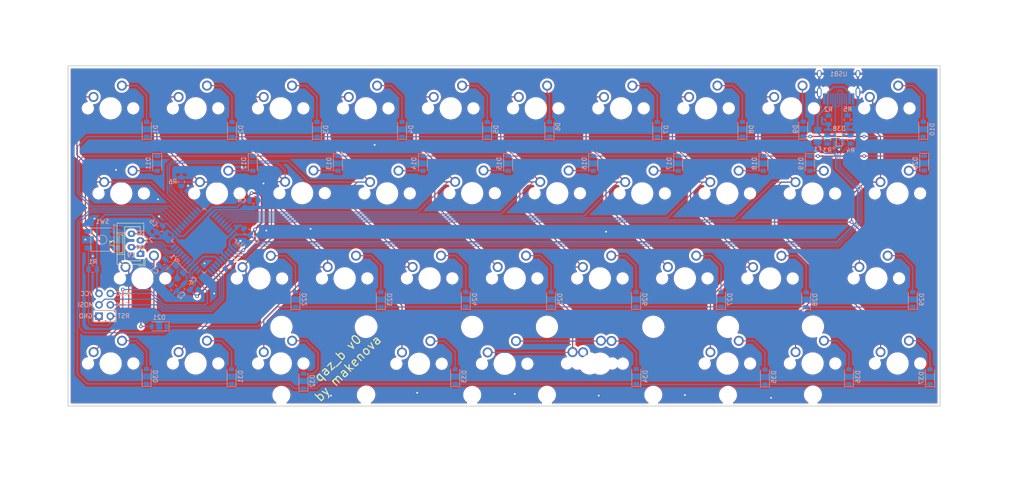
<source format=kicad_pcb>
(kicad_pcb (version 20211014) (generator pcbnew)
  (layers (0 "F.Cu" signal) (31 "B.Cu" signal) (34 "B.Paste" user) (35 "F.Paste" user) (36 "B.SilkS" user "B.Silkscreen") (37 "F.SilkS" user "F.Silkscreen") (38 "B.Mask" user) (39 "F.Mask" user) (44 "Edge.Cuts" user))
  (net 0 "")
  (net 1 "GND")
  (net 2 "Net-(C1-Pad1)")
  (net 3 "Net-(C2-Pad1)")
  (net 4 "Net-(C3-Pad1)")
  (net 5 "+5V")
  (net 6 "Net-(D1-Pad2)")
  (net 7 "ROW0")
  (net 8 "Net-(D2-Pad2)")
  (net 9 "Net-(D3-Pad2)")
  (net 10 "Net-(D4-Pad2)")
  (net 11 "Net-(D5-Pad2)")
  (net 12 "Net-(D6-Pad2)")
  (net 13 "Net-(D7-Pad2)")
  (net 14 "Net-(D8-Pad2)")
  (net 15 "Net-(D9-Pad2)")
  (net 16 "Net-(D10-Pad2)")
  (net 17 "Net-(D11-Pad2)")
  (net 18 "Net-(D12-Pad2)")
  (net 19 "Net-(D13-Pad2)")
  (net 20 "ROW1")
  (net 21 "Net-(D14-Pad2)")
  (net 22 "Net-(D15-Pad2)")
  (net 23 "Net-(D16-Pad2)")
  (net 24 "Net-(D17-Pad2)")
  (net 25 "Net-(D18-Pad2)")
  (net 26 "Net-(D19-Pad2)")
  (net 27 "Net-(D20-Pad2)")
  (net 28 "Net-(D21-Pad2)")
  (net 29 "Net-(D22-Pad2)")
  (net 30 "Net-(D23-Pad2)")
  (net 31 "Net-(D24-Pad2)")
  (net 32 "ROW2")
  (net 33 "Net-(D25-Pad2)")
  (net 34 "Net-(D26-Pad2)")
  (net 35 "Net-(D27-Pad2)")
  (net 36 "Net-(D28-Pad2)")
  (net 37 "Net-(D29-Pad2)")
  (net 38 "Net-(D30-Pad2)")
  (net 39 "Net-(D31-Pad2)")
  (net 40 "Net-(D32-Pad2)")
  (net 41 "Net-(D33-Pad2)")
  (net 42 "Net-(D34-Pad2)")
  (net 43 "ROW3")
  (net 44 "Net-(D36-Pad2)")
  (net 45 "Net-(D37-Pad2)")
  (net 46 "ESD2")
  (net 47 "ESD1")
  (net 48 "RST")
  (net 49 "MOSI")
  (net 50 "SCK")
  (net 51 "MISO")
  (net 52 "COL0")
  (net 53 "COL1")
  (net 54 "COL2")
  (net 55 "COL3")
  (net 56 "COL4")
  (net 57 "COL6")
  (net 58 "COL7")
  (net 59 "COL8")
  (net 60 "COL9")
  (net 61 "COL5")
  (net 62 "Net-(R2-Pad2)")
  (net 63 "D-")
  (net 64 "D+")
  (net 65 "Net-(R5-Pad2)")
  (net 66 "Net-(R6-Pad2)")
  (net 67 "Net-(U1-Pad42)")
  (net 68 "Net-(USB1-Pad3)")
  (net 69 "Net-(USB1-Pad9)")
  (net 70 "VCC")
  (net 71 "Net-(U1-Pad8)")
  (net 72 "Net-(D35-Pad2)")
  (net 73 "Net-(U1-Pad18)")
  (net 74 "Net-(U1-Pad12)")
  (net 75 "Net-(U1-Pad1)")
  (net 76 "FREE4")
  (net 77 "FREE2")
  (net 78 "FREE3")
  (net 79 "FREE1")
  (footprint "MX_Only:MXOnly-1U-NoLED" (layer "F.Cu") (at 44.875 61.525)
    (fp_text reference "MX1")
    (fp_text value "MX-NoLED")
  )
  (footprint "MX_Only:MXOnly-1U-NoLED" (layer "F.Cu") (at 63.92164 61.525)
    (fp_text reference "MX2")
    (fp_text value "MX-NoLED")
  )
  (footprint "MX_Only:MXOnly-1U-NoLED" (layer "F.Cu") (at 82.975 61.525)
    (fp_text reference "MX3")
    (fp_text value "MX-NoLED")
  )
  (footprint "MX_Only:MXOnly-1U-NoLED" (layer "F.Cu") (at 102.025 61.525)
    (fp_text reference "MX4")
    (fp_text value "MX-NoLED")
  )
  (footprint "MX_Only:MXOnly-1U-NoLED" (layer "F.Cu") (at 121.05 61.525)
    (fp_text reference "MX5")
    (fp_text value "MX-NoLED")
  )
  (footprint "MX_Only:MXOnly-1U-NoLED" (layer "F.Cu") (at 140.1 61.525)
    (fp_text reference "MX6")
    (fp_text value "MX-NoLED")
  )
  (footprint "MX_Only:MXOnly-1U-NoLED" (layer "F.Cu") (at 159.175 61.525)
    (fp_text reference "MX7")
    (fp_text value "MX-NoLED")
  )
  (footprint "MX_Only:MXOnly-1U-NoLED" (layer "F.Cu") (at 178.225 61.525)
    (fp_text reference "MX8")
    (fp_text value "MX-NoLED")
  )
  (footprint "MX_Only:MXOnly-1U-NoLED" (layer "F.Cu") (at 197.275 61.525)
    (fp_text reference "MX9")
    (fp_text value "MX-NoLED")
  )
  (footprint "MX_Only:MXOnly-1.25U-NoLED" (layer "F.Cu") (at 218.7 61.525)
    (fp_text reference "MX10")
    (fp_text value "MX-NoLED")
  )
  (footprint "MX_Only:MXOnly-1U-NoLED" (layer "F.Cu") (at 68.7 80.575)
    (fp_text reference "MX12")
    (fp_text value "MX-NoLED")
  )
  (footprint "MX_Only:MXOnly-1U-NoLED" (layer "F.Cu") (at 87.775 80.525)
    (fp_text reference "MX13")
    (fp_text value "MX-NoLED")
  )
  (footprint "MX_Only:MXOnly-1U-NoLED" (layer "F.Cu") (at 106.8 80.575)
    (fp_text reference "MX14")
    (fp_text value "MX-NoLED")
  )
  (footprint "MX_Only:MXOnly-1U-NoLED" (layer "F.Cu") (at 125.85 80.525)
    (fp_text reference "MX15")
    (fp_text value "MX-NoLED")
  )
  (footprint "MX_Only:MXOnly-1U-NoLED" (layer "F.Cu") (at 182.975 80.575)
    (fp_text reference "MX18")
    (fp_text value "MX-NoLED")
  )
  (footprint "MX_Only:MXOnly-1U-NoLED" (layer "F.Cu") (at 202.05 80.6)
    (fp_text reference "MX19")
    (fp_text value "MX-NoLED")
  )
  (footprint "MX_Only:MXOnly-1U-NoLED" (layer "F.Cu") (at 221.075 80.575)
    (fp_text reference "MX20")
    (fp_text value "MX-NoLED")
  )
  (footprint "MX_Only:MXOnly-1.75U-NoLED" (layer "F.Cu") (at 52.05 99.6)
    (fp_text reference "MX21")
    (fp_text value "MX-NoLED")
  )
  (footprint "MX_Only:MXOnly-1U-NoLED" (layer "F.Cu") (at 78.225 99.625)
    (fp_text reference "MX22")
    (fp_text value "MX-NoLED")
  )
  (footprint "MX_Only:MXOnly-1U-NoLED" (layer "F.Cu") (at 97.3 99.6)
    (fp_text reference "MX23")
    (fp_text value "MX-NoLED")
  )
  (footprint "MX_Only:MXOnly-1U-NoLED" (layer "F.Cu") (at 116.325 99.5934)
    (fp_text reference "MX24")
    (fp_text value "MX-NoLED")
  )
  (footprint "MX_Only:MXOnly-1U-NoLED" (layer "F.Cu") (at 135.375 99.6)
    (fp_text reference "MX25")
    (fp_text value "MX-NoLED")
  )
  (footprint "MX_Only:MXOnly-1U-NoLED" (layer "F.Cu") (at 154.45 99.6)
    (fp_text reference "MX26")
    (fp_text value "MX-NoLED")
  )
  (footprint "MX_Only:MXOnly-1U-NoLED" (layer "F.Cu") (at 173.475 99.6)
    (fp_text reference "MX27")
    (fp_text value "MX-NoLED")
  )
  (footprint "MX_Only:MXOnly-1U-NoLED" (layer "F.Cu") (at 192.55 99.625)
    (fp_text reference "MX28")
    (fp_text value "MX-NoLED")
  )
  (footprint "MX_Only:MXOnly-1.5U-NoLED" (layer "F.Cu") (at 216.35 99.6)
    (fp_text reference "MX29")
    (fp_text value "MX-NoLED")
  )
  (footprint "MX_Only:MXOnly-1U-NoLED" (layer "F.Cu") (at 44.9 118.65)
    (fp_text reference "MX30")
    (fp_text value "MX-NoLED")
  )
  (footprint "MX_Only:MXOnly-1U-NoLED" (layer "F.Cu") (at 63.925 118.65)
    (fp_text reference "MX31")
    (fp_text value "MX-NoLED")
  )
  (footprint "MX_Only:MXOnly-1U-NoLED" (layer "F.Cu") (at 221.1 118.65)
    (fp_text reference "MX37")
    (fp_text value "MX-NoLED")
  )
  (footprint "MX_Only:MXOnly-1U-NoLED" (layer "F.Cu") (at 144.9 80.55)
    (fp_text reference "MX16")
    (fp_text value "MX-NoLED")
  )
  (footprint "MX_Only:MXOnly-1.25U-NoLED" (layer "F.Cu") (at 47.275 80.575)
    (fp_text reference "MX11")
    (fp_text value "MX-NoLED")
  )
  (footprint "MX_Only:MXOnly-1U-NoLED" (layer "F.Cu") (at 163.925 80.575)
    (fp_text reference "MX17")
    (fp_text value "MX-NoLED")
  )
  (footprint "MX_Only:MXOnly-6.25U-ReversedStabilizers-NoLED" (layer "F.Cu") (at 133.125 118.725)
    (fp_text reference "MX38")
    (fp_text value "MX-NoLED")
  )
  (footprint "MX_Only:MXOnly-1U-NoLED" (layer "F.Cu") (at 83 118.65)
    (fp_text reference "MX32")
    (fp_text value "MX-NoLED")
  )
  (footprint "MX_Only:MXOnly-2.25U-ReversedStabilizers-NoLED" (layer "F.Cu") (at 113.95 118.725)
    (fp_text reference "MX33")
    (fp_text value "MX-NoLED")
  )
  (footprint "MX_Only:MXOnly-1U-NoLED" (layer "F.Cu") (at 202.075 118.65)
    (fp_text reference "MX36")
    (fp_text value "MX-NoLED")
  )
  (footprint "MX_Only:MXOnly-1U-NoLED" (layer "F.Cu") (at 183 118.675)
    (fp_text reference "MX35")
    (fp_text value "MX-NoLED")
  )
  (footprint "MX_Only:MXOnly-2U-ReversedStabilizers-NoLED" (layer "F.Cu") (at 154.5 118.7)
    (fp_text reference "MX34")
    (fp_text value "MX-NoLED")
  )
  (footprint "MX_Only:MXOnly-6.25U-ReversedStabilizers-NoLED" (layer "F.Cu") (at 152.15 118.65)
    (fp_text reference "MX39")
    (fp_text value "MX-NoLED")
  )
  (footprint "Connector_JST:JST_ZE_B04B-ZESK-D_1x04_P1.50mm_Vertical" (layer "F.Cu") (at 51.562 94.107 90)
    (fp_text reference "J3")
    (fp_text value "Conn_01x04_Female")
  )
  (footprint "Diode_SMD:D_SOD-123" (layer "B.Cu") (at 52.975 66.225 90)
    (fp_text reference "D1")
    (fp_text value "D_Small")
  )
  (footprint "Diode_SMD:D_SOD-123" (layer "B.Cu") (at 72.06996 66.24828 90)
    (fp_text reference "D2")
    (fp_text value "D_Small")
  )
  (footprint "Diode_SMD:D_SOD-123" (layer "B.Cu") (at 91.09456 66.24828 90)
    (fp_text reference "D3")
    (fp_text value "D_Small")
  )
  (footprint "Diode_SMD:D_SOD-123" (layer "B.Cu") (at 110.14964 66.24828 90)
    (fp_text reference "D4")
    (fp_text value "D_Small")
  )
  (footprint "Diode_SMD:D_SOD-123" (layer "B.Cu") (at 129.20472 66.24828 90)
    (fp_text reference "D5")
    (fp_text value "D_Small")
  )
  (footprint "Diode_SMD:D_SOD-123" (layer "B.Cu") (at 167.29456 66.25844 90)
    (fp_text reference "D7")
    (fp_text value "D_Small")
  )
  (footprint "Diode_SMD:D_SOD-123" (layer "B.Cu") (at 186.35 66.225 90)
    (fp_text reference "D8")
    (fp_text value "D_Small")
  )
  (footprint "Diode_SMD:D_SOD-123" (layer "B.Cu") (at 199.975 66.175 90)
    (fp_text reference "D9")
    (fp_text value "D_Small")
  )
  (footprint "Diode_SMD:D_SOD-123" (layer "B.Cu") (at 226.85 66.225 90)
    (fp_text reference "D10")
    (fp_text value "D_Small")
  )
  (footprint "Diode_SMD:D_SOD-123" (layer "B.Cu") (at 201.475 73.875 -90)
    (fp_text reference "D19")
    (fp_text value "D_Small")
  )
  (footprint "Diode_SMD:D_SOD-123" (layer "B.Cu") (at 227.075 73.825 -90)
    (fp_text reference "D20")
    (fp_text value "D_Small")
  )
  (footprint "Diode_SMD:D_SOD-123" (layer "B.Cu") (at 86.27364 104.3432 90)
    (fp_text reference "D22")
    (fp_text value "D_Small")
  )
  (footprint "Diode_SMD:D_SOD-123" (layer "B.Cu") (at 105.40492 104.3432 90)
    (fp_text reference "D23")
    (fp_text value "D_Small")
  )
  (footprint "Diode_SMD:D_SOD-123" (layer "B.Cu") (at 124.4092 104.29748 90)
    (fp_text reference "D24")
    (fp_text value "D_Small")
  )
  (footprint "Diode_SMD:D_SOD-123" (layer "B.Cu") (at 143.51 104.3432 90)
    (fp_text reference "D25")
    (fp_text value "D_Small")
  )
  (footprint "Diode_SMD:D_SOD-123" (layer "B.Cu") (at 162.54476 104.3178 90)
    (fp_text reference "D26")
    (fp_text value "D_Small")
  )
  (footprint "Diode_SMD:D_SOD-123" (layer "B.Cu") (at 200.61936 104.37876 90)
    (fp_text reference "D28")
    (fp_text value "D_Small")
  )
  (footprint "Diode_SMD:D_SOD-123" (layer "B.Cu") (at 224.5 104.32796 90)
    (fp_text reference "D29")
    (fp_text value "D_Small")
  )
  (footprint "Diode_SMD:D_SOD-123" (layer "B.Cu") (at 52.95288 121.5682 90)
    (fp_text reference "D30")
    (fp_text value "D_Small")
  )
  (footprint "Diode_SMD:D_SOD-123" (layer "B.Cu") (at 71.97972 121.61352 90)
    (fp_text reference "D31")
    (fp_text value "D_Small")
  )
  (footprint "Diode_SMD:D_SOD-123" (layer "B.Cu") (at 162.6 121.575 90)
    (fp_text reference "D34")
    (fp_text value "D_Small")
  )
  (footprint "Diode_SMD:D_SOD-123" (layer "B.Cu") (at 228.375 121.65 90)
    (fp_text reference "D37")
    (fp_text value "D_Small")
  )
  (footprint "Resistor_SMD:R_0805_2012Metric" (layer "B.Cu") (at 40.894 97.536 180)
    (fp_text reference "R1")
    (fp_text value "10k")
  )
  (footprint "random-keyboard-parts:SKQG-1155865" (layer "B.Cu") (at 43.053 90.932)
    (fp_text reference "SW1")
    (fp_text value "SW_Push")
  )
  (footprint "random-keyboard-parts:Reset_Pretty" (layer "B.Cu") (at 43.561 105.537 180)
    (fp_text reference "J1")
    (fp_text value "AVR-ISP-6")
  )
  (footprint "Crystal:Crystal_SMD_3225-4Pin_3.2x2.5mm" (layer "B.Cu") (at 59.69 98.171 -45)
    (fp_text reference "Y1")
    (fp_text value "16MHz")
  )
  (footprint "Diode_SMD:D_SOD-123" (layer "B.Cu") (at 181.575 104.325 90)
    (fp_text reference "D27")
    (fp_text value "D_Small")
  )
  (footprint "Capacitor_SMD:C_0805_2012Metric" (layer "B.Cu") (at 71.312913 96.837087 45)
    (fp_text reference "C3")
    (fp_text value "1uF")
  )
  (footprint "Capacitor_SMD:C_0805_2012Metric" (layer "B.Cu") (at 76.9135 82.169)
    (fp_text reference "C4")
    (fp_text value "0.1uF")
  )
  (footprint "Resistor_SMD:R_0805_2012Metric" (layer "B.Cu") (at 60.706 77.978 -90)
    (fp_text reference "R6")
    (fp_text value "10k")
  )
  (footprint "Capacitor_SMD:C_0805_2012Metric" (layer "B.Cu") (at 59.055 101.727 -45)
    (fp_text reference "C2")
    (fp_text value "22pF")
  )
  (footprint "Diode_SMD:D_SOD-123" (layer "B.Cu") (at 88.075 122.6 90)
    (fp_text reference "D32")
    (fp_text value "D_Small")
  )
  (footprint "Diode_SMD:D_SOD-123" (layer "B.Cu") (at 210.225 121.644 90)
    (fp_text reference "D36")
    (fp_text value "D_Small")
  )
  (footprint "Diode_SMD:D_SOD-123" (layer "B.Cu") (at 122.05 121.6 90)
    (fp_text reference "D33")
    (fp_text value "D_Small")
  )
  (footprint "Capacitor_SMD:C_0805_2012Metric" (layer "B.Cu") (at 61.976 101.473 135)
    (fp_text reference "C6")
    (fp_text value "0.1uF")
  )
  (footprint "Package_QFP:TQFP-44_10x10mm_P0.8mm" (layer "B.Cu") (at 65.85 91.175 135)
    (fp_text reference "U1")
    (fp_text value "ATmega32U4-AU")
  )
  (footprint "Capacitor_SMD:C_0805_2012Metric" (layer "B.Cu") (at 75.438 89.154 135)
    (fp_text reference "C7")
    (fp_text value "10uF")
  )
  (footprint "Capacitor_SMD:C_0805_2012Metric" (layer "B.Cu") (at 55.88 88.519 -135)
    (fp_text reference "C5")
    (fp_text value "0.1uF")
  )
  (footprint "Diode_SMD:D_SOD-123" (layer "B.Cu") (at 191.4 121.7 90)
    (fp_text reference "D35")
    (fp_text value "D_Small")
  )
  (footprint "Diode_SMD:D_SOD-123" (layer "B.Cu") (at 143.14932 66.2432 90)
    (fp_text reference "D6")
    (fp_text value "D_Small")
  )
  (footprint "Resistor_SMD:R_0805_2012Metric" (layer "B.Cu") (at 205.60476 64.10932 90)
    (fp_text reference "R2")
    (fp_text value "5.1k")
  )
  (footprint "Resistor_SMD:R_0805_2012Metric" (layer "B.Cu") (at 205.38124 68.51876 90)
    (fp_text reference "R3")
    (fp_text value "22")
  )
  (footprint "Resistor_SMD:R_0805_2012Metric" (layer "B.Cu") (at 210.57808 68.52892 90)
    (fp_text reference "R4")
    (fp_text value "22")
  )
  (footprint "Resistor_SMD:R_0805_2012Metric" (layer "B.Cu") (at 209.875 64.10932 90)
    (fp_text reference "R5")
    (fp_text value "5.1k")
  )
  (footprint "Type-C:HRO-TYPE-C-31-M-12-HandSoldering" (layer "B.Cu") (at 207.9 51.175)
    (fp_text reference "USB1")
    (fp_text value "HRO-TYPE-C-31-M-12")
  )
  (footprint "random-keyboard-parts:SOT143B" (layer "B.Cu") (at 208.02792 68.52892)
    (fp_text reference "D38")
    (fp_text value "PRTR5V0U2X")
  )
  (footprint "Diode_SMD:D_SOD-123" (layer "B.Cu") (at 55.325 73.875 -90)
    (fp_text reference "D11")
    (fp_text value "D_Small")
  )
  (footprint "Diode_SMD:D_SOD-123" (layer "B.Cu") (at 76.725 73.875 -90)
    (fp_text reference "D12")
    (fp_text value "D_Small")
  )
  (footprint "Diode_SMD:D_SOD-123" (layer "B.Cu") (at 95.8 73.875 -90)
    (fp_text reference "D13")
    (fp_text value "D_Small")
  )
  (footprint "Diode_SMD:D_SOD-123" (layer "B.Cu") (at 114.825 73.875 -90)
    (fp_text reference "D14")
    (fp_text value "D_Small")
  )
  (footprint "Diode_SMD:D_SOD-123" (layer "B.Cu") (at 133.9 73.875 -90)
    (fp_text reference "D15")
    (fp_text value "D_Small")
  )
  (footprint "Diode_SMD:D_SOD-123" (layer "B.Cu") (at 152.95 73.875 -90)
    (fp_text reference "D16")
    (fp_text value "D_Small")
  )
  (footprint "Diode_SMD:D_SOD-123" (layer "B.Cu") (at 171.975 73.875 -90)
    (fp_text reference "D17")
    (fp_text value "D_Small")
  )
  (footprint "Diode_SMD:D_SOD-123" (layer "B.Cu") (at 191.05 73.875 -90)
    (fp_text reference "D18")
    (fp_text value "D_Small")
  )
  (footprint "Fuse:Fuse_1206_3216Metric" (layer "B.Cu") (at 203.2 67.691 90)
    (fp_text reference "F1")
    (fp_text value "Polyfuse_Small")
  )
  (footprint "Diode_SMD:D_SOD-123" (layer "B.Cu") (at 55.753 110.363 180)
    (fp_text reference "D21")
    (fp_text value "D_Small")
  )
  (footprint "Capacitor_SMD:C_0805_2012Metric" (layer "B.Cu") (at 56.388 96.012 -135)
    (fp_text reference "C1")
    (fp_text value "22pF")
  )
  (gr_circle (center 60.071 95.631) (end 60.325 95.631) (layer "B.SilkS") (width 0.12) (fill none))
  (gr_circle (center 206.883 70.358) (end 207.137 70.358) (layer "B.SilkS") (width 0.12) (fill none))
  (gr_circle (center 45.72 87.757) (end 45.974 87.757) (layer "B.SilkS") (width 0.12) (fill none))
  (gr_circle (center 73.787 93.345) (end 74.041 93.345) (layer "B.SilkS") (width 0.12) (fill none))
  (gr_line (start 35.3625 52) (end 230.625 52) (layer "Edge.Cuts") (width 0.2))
  (gr_line (start 230.625 52) (end 230.625 128.2) (layer "Edge.Cuts") (width 0.2))
  (gr_line (start 35.3625 128.2) (end 35.3625 52) (layer "Edge.Cuts") (width 0.2))
  (gr_line (start 230.625 128.2) (end 35.3625 128.2) (layer "Edge.Cuts") (width 0.2))
  (gr_text "19" (at 49.53 94.361) (layer "B.SilkS") (effects (font (size 1 1)) (justify mirror)))
  (gr_text "22" (at 51.562 89.535) (layer "B.SilkS") (effects (font (size 1 1)) (justify mirror)))
  (gr_text "20" (at 51.435 92.583) (layer "B.SilkS") (effects (font (size 1 1)) (justify mirror)))
  (gr_text "21" (at 53.467 91.059) (layer "B.SilkS") (effects (font (size 1 1)) (justify mirror)))
  (gr_text "qaz_b v0\nby makenova" (at 96.901 118.618 45) (layer "F.SilkS") (effects (font (size 2 2) (thickness 0.25))))
  (via (at 41.275 86.233) (size 0.8) (drill 0.4) (layers "F.Cu" "B.Cu") (net 1))
  (via (at 79.121 78.359) (size 0.8) (drill 0.4) (layers "F.Cu" "B.Cu") (net 1))
  (via (at 55.753 85.725) (size 0.8) (drill 0.4) (layers "F.Cu" "B.Cu") (net 1))
  (via (at 113.538 125.222) (size 0.8) (drill 0.4) (layers "F.Cu" "B.Cu") (net 1))
  (via (at 208.026 70.739) (size 0.8) (drill 0.4) (layers "F.Cu" "B.Cu") (net 1))
  (via (at 104.013 69.723) (size 0.8) (drill 0.4) (layers "F.Cu" "B.Cu") (net 1))
  (via (at 40.894 94.615) (size 0.8) (drill 0.4) (layers "F.Cu" "B.Cu") (net 1))
  (via (at 39.243 90.932) (size 0.8) (drill 0.4) (layers "F.Cu" "B.Cu") (net 1))
  (via (at 55.499 81.915) (size 0.8) (drill 0.4) (layers "F.Cu" "B.Cu") (net 1))
  (via (at 74.295 74.676) (size 0.8) (drill 0.4) (layers "F.Cu" "B.Cu") (net 1))
  (via (at 173.482 125.73) (size 0.8) (drill 0.4) (layers "F.Cu" "B.Cu") (net 1))
  (via (at 154.178 125.857) (size 0.8) (drill 0.4) (layers "F.Cu" "B.Cu") (net 1))
  (via (at 94.234 125.857) (size 0.8) (drill 0.4) (layers "F.Cu" "B.Cu") (net 1))
  (via (at 155.829 89.154) (size 0.8) (drill 0.4) (layers "F.Cu" "B.Cu") (net 1))
  (via (at 73.914 91.186) (size 0.8) (drill 0.4) (layers "F.Cu" "B.Cu") (net 1))
  (via (at 135.382 125.476) (size 0.8) (drill 0.4) (layers "F.Cu" "B.Cu") (net 1))
  (via (at 89.662 88.519) (size 0.8) (drill 0.4) (layers "F.Cu" "B.Cu") (net 1))
  (via (at 62.23 78.867) (size 0.8) (drill 0.4) (layers "F.Cu" "B.Cu") (net 1))
  (via (at 192.786 126.365) (size 0.8) (drill 0.4) (layers "F.Cu" "B.Cu") (net 1))
  (via (at 46.101 75.311) (size 0.8) (drill 0.4) (layers "F.Cu" "B.Cu") (net 1))
  (via (at 68.072 102.997) (size 0.8) (drill 0.4) (layers "F.Cu" "B.Cu") (net 1))
  (via (at 79.756 88.9) (size 0.8) (drill 0.4) (layers "F.Cu" "B.Cu") (net 1))
  (via (at 65.913 96.266) (size 0.8) (drill 0.4) (layers "F.Cu" "B.Cu") (net 1))
  (segment (start 66.421 86.078517) (end 66.421 90.614629) (width 0.381) (layer "B.Cu") (net 1))
  (segment (start 67.016727 85.48279) (end 67.617767 84.88175) (width 0.381) (layer "B.Cu") (net 1))
  (segment (start 207.02792 69.74092) (end 208.026 70.739) (width 0.381) (layer "B.Cu") (net 1))
  (segment (start 55.217087 89.181913) (end 58.200059 89.181913) (width 0.381) (layer "B.Cu") (net 1))
  (segment (start 57.557516 97.240597) (end 56.290771 97.240597) (width 0.381) (layer "B.Cu") (net 1))
  (segment (start 71.975826 96.169455) (end 70.446194 94.639823) (width 0.381) (layer "B.Cu") (net 1))
  (segment (start 62.950862 96.33688) (end 65.913 93.374742) (width 0.381) (layer "B.Cu") (net 1))
  (segment (start 67.617767 84.88175) (end 66.421 86.078517) (width 0.381) (layer "B.Cu") (net 1))
  (segment (start 73.793483 87.757) (end 74.041 87.757) (width 0.381) (layer "B.Cu") (net 1))
  (segment (start 61.976 99.254919) (end 61.068858 98.347777) (width 0.381) (layer "B.Cu") (net 1))
  (segment (start 65.913 93.374742) (end 65.913 86.586517) (width 0.381) (layer "B.Cu") (net 1))
  (segment (start 63.551902 95.73584) (end 63.551902 94.533756) (width 0.381) (layer "B.Cu") (net 1))
  (segment (start 71.54221 90.008273) (end 72.14325 89.407233) (width 0.381) (layer "B.Cu") (net 1))
  (segment (start 61.313087 100.810087) (end 61.976 100.147174) (width 0.381) (layer "B.Cu") (net 1))
  (segment (start 68.270077 84.22944) (end 68.218807 84.28071) (width 0.381) (layer "B.Cu") (net 1))
  (segment (start 61.068858 98.218884) (end 62.950862 96.33688) (width 0.381) (layer "B.Cu") (net 1))
  (segment (start 61.068858 98.347777) (end 61.068858 98.218884) (width 0.381) (layer "B.Cu") (net 1))
  (segment (start 69.845154 94.038783) (end 70.446194 94.639823) (width 0.381) (layer "B.Cu") (net 1))
  (segment (start 77.06056 84.22944) (end 68.270077 84.22944) (width 0.381) (layer "B.Cu") (net 1))
  (segment (start 68.218807 84.28071) (end 67.617767 84.88175) (width 0.381) (layer "B.Cu") (net 1))
  (segment (start 58.311142 97.994223) (end 57.557516 97.240597) (width 0.381) (layer "B.Cu") (net 1))
  (segment (start 61.976 100.147174) (end 61.976 99.254919) (width 0.381) (layer "B.Cu") (net 1))
  (segment (start 59.717913 102.389913) (end 59.733261 102.389913) (width 0.381) (layer "B.Cu") (net 1))
  (segment (start 77.851 83.439) (end 77.06056 84.22944) (width 0.381) (layer "B.Cu") (net 1))
  (segment (start 66.421 90.614629) (end 69.845154 94.038783) (width 0.381) (layer "B.Cu") (net 1))
  (segment (start 72.14325 89.407233) (end 73.793483 87.757) (width 0.381) (layer "B.Cu") (net 1))
  (segment (start 63.551902 94.533756) (end 59.592104 90.573958) (width 0.381) (layer "B.Cu") (net 1))
  (segment (start 77.851 82.169) (end 77.851 83.439) (width 0.381) (layer "B.Cu") (net 1))
  (segment (start 59.733261 102.389913) (end 61.313087 100.810087) (width 0.381) (layer "B.Cu") (net 1))
  (segment (start 65.913 86.586517) (end 67.016727 85.48279) (width 0.381) (layer "B.Cu") (net 1))
  (segment (start 69.845154 91.705329) (end 71.54221 90.008273) (width 0.381) (layer "B.Cu") (net 1))
  (segment (start 69.845154 94.038783) (end 69.845154 91.705329) (width 0.381) (layer "B.Cu") (net 1))
  (segment (start 74.041 87.757) (end 74.775087 88.491087) (width 0.381) (layer "B.Cu") (net 1))
  (segment (start 207.02792 69.27892) (end 207.02792 69.74092) (width 0.381) (layer "B.Cu") (net 1))
  (segment (start 71.975826 96.174174) (end 71.975826 96.169455) (width 0.381) (layer "B.Cu") (net 1))
  (segment (start 59.592104 90.573958) (end 58.991064 89.972918) (width 0.381) (layer "B.Cu") (net 1))
  (segment (start 62.950862 96.33688) (end 63.551902 95.73584) (width 0.381) (layer "B.Cu") (net 1))
  (segment (start 56.290771 97.240597) (end 55.725087 96.674913) (width 0.381) (layer "B.Cu") (net 1))
  (segment (start 58.200059 89.181913) (end 58.991064 89.972918) (width 0.381) (layer "B.Cu") (net 1))
  (segment (start 60.008197 96.297168) (end 60.727832 96.297168) (width 0.25) (layer "B.Cu") (net 2))
  (segment (start 57.050913 95.349087) (end 57.616597 95.914771) (width 0.25) (layer "B.Cu") (net 2))
  (segment (start 57.616597 95.914771) (end 58.635851 95.914771) (width 0.25) (layer "B.Cu") (net 2))
  (segment (start 59.513223 96.792142) (end 60.008197 96.297168) (width 0.25) (layer "B.Cu") (net 2))
  (segment (start 58.635851 95.914771) (end 58.89404 96.17296) (width 0.25) (layer "B.Cu") (net 2))
  (segment (start 59.513223 96.792142) (end 58.89404 96.17296) (width 0.25) (layer "B.Cu") (net 2))
  (segment (start 61.218451 95.806549) (end 61.819491 95.205509) (width 0.25) (layer "B.Cu") (net 2))
  (segment (start 60.727832 96.297168) (end 61.218451 95.806549) (width 0.25) (layer "B.Cu") (net 2))
  (segment (start 61.784137 96.372234) (end 62.385177 95.771194) (width 0.25) (layer "B.Cu") (net 3))
  (segment (start 59.824609 98.559162) (end 59.824609 98.036391) (width 0.25) (layer "B.Cu") (net 3))
  (segment (start 59.824609 98.036391) (end 60.757472 97.103528) (width 0.25) (layer "B.Cu") (net 3))
  (segment (start 59.866777 98.60133) (end 59.824609 98.559162) (width 0.25) (layer "B.Cu") (net 3))
  (segment (start 59.866777 99.549858) (end 59.866777 98.60133) (width 0.25) (layer "B.Cu") (net 3))
  (segment (start 58.392087 101.024548) (end 59.866777 99.549858) (width 0.25) (layer "B.Cu") (net 3))
  (segment (start 61.052843 97.103528) (end 61.784137 96.372234) (width 0.25) (layer "B.Cu") (net 3))
  (segment (start 58.392087 101.064087) (end 58.392087 101.024548) (width 0.25) (layer "B.Cu") (net 3))
  (segment (start 60.757472 97.103528) (end 61.052843 97.103528) (width 0.25) (layer "B.Cu") (net 3))
  (segment (start 70.65 95.975) (end 69.880509 95.205509) (width 0.25) (layer "B.Cu") (net 4))
  (segment (start 70.65 97.5) (end 70.65 95.975) (width 0.25) (layer "B.Cu") (net 4))
  (segment (start 74.6125 93.2815) (end 64.262 103.632) (width 0.381) (layer "F.Cu") (net 5))
  (segment (start 78.72048 81.29952) (end 78.72048 87.14152) (width 0.381) (layer "F.Cu") (net 5))
  (segment (start 77.216 88.646) (end 77.216 90.678) (width 0.381) (layer "F.Cu") (net 5))
  (segment (start 78.72048 87.14152) (end 77.216 88.646) (width 0.381) (layer "F.Cu") (net 5))
  (segment (start 76.454 80.518) (end 77.93896 80.518) (width 0.381) (layer "F.Cu") (net 5))
  (segment (start 77.216 90.678) (end 74.6125 93.2815) (width 0.381) (layer "F.Cu") (net 5))
  (segment (start 77.93896 80.518) (end 78.72048 81.29952) (width 0.381) (layer "F.Cu") (net 5))
  (via (at 64.262 103.632) (size 0.8) (drill 0.4) (layers "F.Cu" "B.Cu") (net 5))
  (via (at 77.216 88.646) (size 0.8) (drill 0.4) (layers "F.Cu" "B.Cu") (net 5))
  (via (at 76.454 80.518) (size 0.8) (drill 0.4) (layers "F.Cu" "B.Cu") (net 5))
  (via (at 74.6125 93.2815) (size 0.8) (drill 0.4) (layers "F.Cu" "B.Cu") (net 5))
  (segment (start 62.638913 102.135913) (end 63.77048 101.004346) (width 0.381) (layer "B.Cu") (net 5))
  (segment (start 203.2 69.816) (end 205.012 71.628) (width 0.381) (layer "B.Cu") (net 5))
  (segment (start 41.8315 102.5375) (end 42.291 102.997) (width 0.381) (layer "B.Cu") (net 5))
  (segment (start 64.135 103.632) (end 62.638913 102.135913) (width 0.381) (layer "B.Cu") (net 5))
  (segment (start 62.915508 97.503605) (end 63.516548 96.902565) (width 0.381) (layer "B.Cu") (net 5))
  (segment (start 207.26923 74.862914) (end 212.19397 79.787654) (width 0.381) (layer "B.Cu") (net 5))
  (segment (start 72.14325 92.942767) (end 72.74429 93.543807) (width 0.381) (layer "B.Cu") (net 5))
  (segment (start 62.634876 99.304917) (end 62.634876 97.784237) (width 0.381) (layer "B.Cu") (net 5))
  (segment (start 60.319517 90.17) (end 61.198146 90.17) (width 0.381) (layer "B.Cu") (net 5))
  (segment (start 205.012 71.628) (end 206.859296 71.628) (width 0.381) (layer "B.Cu") (net 5))
  (segment (start 74.676 82.169) (end 75.976 82.169) (width 0.381) (layer "B.Cu") (net 5))
  (segment (start 212.19397 79.787654) (end 212.19397 86.719146) (width 0.381) (layer "B.Cu") (net 5))
  (segment (start 77.216 88.646) (end 77.216 88.701826) (width 0.381) (layer "B.Cu") (net 5))
  (segment (start 75.976 80.996) (end 76.454 80.518) (width 0.381) (layer "B.Cu") (net 5))
  (segment (start 41.8315 87.15002) (end 43.63752 85.344) (width 0.381) (layer "B.Cu") (net 5))
  (segment (start 207.453626 91.45949) (end 77.74349 91.45949) (width 0.381) (layer "B.Cu") (net 5))
  (segment (start 72.74429 93.543807) (end 74.350193 93.543807) (width 0.381) (layer "B.Cu") (net 5))
  (segment (start 67.719716 83.64843) (end 73.19657 83.64843) (width 0.381) (layer "B.Cu") (net 5))
  (segment (start 68.285629 94.742) (end 65.677113 94.742) (width 0.381) (layer "B.Cu") (net 5))
  (segment (start 71.54221 92.341727) (end 71.54221 91.139644) (width 0.381) (layer "B.Cu") (net 5))
  (segment (start 63.77048 100.44052) (end 62.634876 99.304917) (width 0.381) (layer "B.Cu") (net 5))
  (segment (start 61.198146 90.17) (end 66.451042 84.917104) (width 0.381) (layer "B.Cu") (net 5))
  (segment (start 203.2 69.091) (end 203.2 69.816) (width 0.381) (layer "B.Cu") (net 5))
  (segment (start 41.8315 97.536) (end 41.8315 87.15002) (width 0.381) (layer "B.Cu") (net 5))
  (segment (start 72.107896 90.573958) (end 72.708936 89.972918) (width 0.381) (layer "B.Cu") (net 5))
  (segment (start 77.216 88.701826) (end 76.100913 89.816913) (width 0.381) (layer "B.Cu") (net 5))
  (segment (start 57.023 87.376) (end 56.542913 87.856087) (width 0.381) (layer "B.Cu") (net 5))
  (segment (start 41.8315 97.536) (end 41.8315 102.5375) (width 0.381) (layer "B.Cu") (net 5))
  (segment (start 59.55675 89.407233) (end 60.319517 90.17) (width 0.381) (layer "B.Cu") (net 5))
  (segment (start 69.314823 95.771194) (end 68.285629 94.742) (width 0.381) (layer "B.Cu") (net 5))
  (segment (start 75.976 82.169) (end 75.976 80.996) (width 0.381) (layer "B.Cu") (net 5))
  (segment (start 77.74349 91.45949) (end 76.100913 89.816913) (width 0.381) (layer "B.Cu") (net 5))
  (segment (start 57.525517 87.376) (end 57.023 87.376) (width 0.381) (layer "B.Cu") (net 5))
  (segment (start 206.859296 71.628) (end 207.26923 72.037934) (width 0.381) (layer "B.Cu") (net 5))
  (segment (start 212.19397 86.719146) (end 207.453626 91.45949) (width 0.381) (layer "B.Cu") (net 5))
  (segment (start 54.030826 85.344) (end 56.542913 87.856087) (width 0.381) (layer "B.Cu") (net 5))
  (segment (start 65.677113 94.742) (end 64.117588 96.301525) (width 0.381) (layer "B.Cu") (net 5))
  (segment (start 72.864941 89.816913) (end 72.708936 89.972918) (width 0.381) (layer "B.Cu") (net 5))
  (segment (start 64.117588 96.301525) (end 63.516548 96.902565) (width 0.381) (layer "B.Cu") (net 5))
  (segment (start 59.55675 89.407233) (end 57.525517 87.376) (width 0.381) (layer "B.Cu") (net 5))
  (segment (start 207.26923 72.037934) (end 207.26923 74.862914) (width 0.381) (layer "B.Cu") (net 5))
  (segment (start 76.100913 89.816913) (end 72.864941 89.816913) (width 0.381) (layer "B.Cu") (net 5))
  (segment (start 71.54221 91.139644) (end 72.107896 90.573958) (width 0.381) (layer "B.Cu") (net 5))
  (segment (start 63.77048 101.004346) (end 63.77048 100.44052) (width 0.381) (layer "B.Cu") (net 5))
  (segment (start 74.350193 93.543807) (end 74.6125 93.2815) (width 0.381) (layer "B.Cu") (net 5))
  (segment (start 72.14325 92.942767) (end 71.54221 92.341727) (width 0.381) (layer "B.Cu") (net 5))
  (segment (start 67.052082 84.316064) (end 67.719716 83.64843) (width 0.381) (layer "B.Cu") (net 5))
  (segment (start 43.63752 85.344) (end 54.030826 85.344) (width 0.381) (layer "B.Cu") (net 5))
  (segment (start 64.262 103.632) (end 64.135 103.632) (width 0.381) (layer "B.Cu") (net 5))
  (segment (start 66.451042 84.917104) (end 67.052082 84.316064) (width 0.381) (layer "B.Cu") (net 5))
  (segment (start 73.19657 83.64843) (end 74.676 82.169) (width 0.381) (layer "B.Cu") (net 5))
  (segment (start 62.634876 97.784237) (end 62.915508 97.503605) (width 0.381) (layer "B.Cu") (net 5))
  (segment (start 47.415 56.445) (end 50.795 56.445) (width 0.25) (layer "B.Cu") (net 6))
  (segment (start 52.975 58.625) (end 52.975 64.575) (width 0.25) (layer "B.Cu") (net 6))
  (segment (start 50.795 56.445) (end 52.975 58.625) (width 0.25) (layer "B.Cu") (net 6))
  (segment (start 213.607 67.825) (end 213.614 67.818) (width 0.25) (layer "F.Cu") (net 7))
  (segment (start 201.549 67.825) (end 213.607 67.825) (width 0.25) (layer "F.Cu") (net 7))
  (via (at 213.614 67.818) (size 0.8) (drill 0.4) (layers "F.Cu" "B.Cu") (net 7))
  (via (at 201.549 67.825) (size 0.8) (drill 0.4) (layers "F.Cu" "B.Cu") (net 7))
  (segment (start 52.975 67.875) (end 72.04668 67.875) (width 0.25) (layer "B.Cu") (net 7))
  (segment (start 37.465 70.104) (end 37.465 80.645) (width 0.25) (layer "B.Cu") (net 7))
  (segment (start 39.694 67.875) (end 37.465 70.104) (width 0.25) (layer "B.Cu") (net 7))
  (segment (start 199.925 67.875) (end 199.975 67.825) (width 0.25) (layer "B.Cu") (net 7))
  (segment (start 54.29801 83.87799) (end 56.44599 83.87799) (width 0.25) (layer "B.Cu") (net 7))
  (segment (start 186.35 67.875) (end 167.328 67.875) (width 0.25) (layer "B.Cu") (net 7))
  (segment (start 143.14424 67.89828) (end 143.14932 67.8932) (width 0.25) (layer "B.Cu") (net 7))
  (segment (start 199.975 67.825) (end 201.549 67.825) (width 0.25) (layer "B.Cu") (net 7))
  (segment (start 226.793 67.818) (end 226.85 67.875) (width 0.25) (layer "B.Cu") (net 7))
  (segment (start 61.253806 87.710177) (end 57.42162 83.877991) (width 0.25) (layer "B.Cu") (net 7))
  (segment (start 72.06996 67.89828) (end 91.09456 67.89828) (width 0.25) (layer "B.Cu") (net 7))
  (segment (start 213.614 67.818) (end 226.793 67.818) (width 0.25) (layer "B.Cu") (net 7))
  (segment (start 167.27932 67.8932) (end 167.29456 67.90844) (width 0.25) (layer "B.Cu") (net 7))
  (segment (start 37.465 80.645) (end 40.69799 83.87799) (width 0.25) (layer "B.Cu") (net 7))
  (segment (start 91.09456 67.89828) (end 110.14964 67.89828) (width 0.25) (layer "B.Cu") (net 7))
  (segment (start 72.04668 67.875) (end 72.06996 67.89828) (width 0.25) (layer "B.Cu") (net 7))
  (segment (start 186.35 67.875) (end 199.925 67.875) (width 0.25) (layer "B.Cu") (net 7))
  (segment (start 56.445991 83.877991) (end 56.44599 83.87799) (width 0.25) (layer "B.Cu") (net 7))
  (segment (start 40.69799 83.87799) (end 54.29801 83.87799) (width 0.25) (layer "B.Cu") (net 7))
  (segment (start 143.14932 67.8932) (end 167.27932 67.8932) (width 0.25) (layer "B.Cu") (net 7))
  (segment (start 56.44599 83.87799) (end 57.33499 83.87799) (width 0.25) (layer "B.Cu") (net 7))
  (segment (start 57.42162 83.877991) (end 56.445991 83.877991) (width 0.25) (layer "B.Cu") (net 7))
  (segment (start 52.975 67.875) (end 39.694 67.875) (width 0.25) (layer "B.Cu") (net 7))
  (segment (start 110.14964 67.89828) (end 129.20472 67.89828) (width 0.25) (layer "B.Cu") (net 7))
  (segment (start 167.328 67.875) (end 167.29456 67.90844) (width 0.25) (layer "B.Cu") (net 7))
  (segment (start 129.20472 67.89828) (end 143.14424 67.89828) (width 0.25) (layer "B.Cu") (net 7))
  (segment (start 69.72 56.445) (end 72.06996 58.79496) (width 0.25) (layer "B.Cu") (net 8))
  (segment (start 66.46164 56.445) (end 69.72 56.445) (width 0.25) (layer "B.Cu") (net 8))
  (segment (start 72.06996 58.79496) (end 72.06996 64.59828) (width 0.25) (layer "B.Cu") (net 8))
  (segment (start 88.67 56.445) (end 91.09456 58.86956) (width 0.25) (layer "B.Cu") (net 9))
  (segment (start 85.515 56.445) (end 88.67 56.445) (width 0.25) (layer "B.Cu") (net 9))
  (segment (start 91.09456 58.86956) (end 91.09456 64.59828) (width 0.25) (layer "B.Cu") (net 9))
  (segment (start 107.67 56.445) (end 110.14964 58.92464) (width 0.25) (layer "B.Cu") (net 10))
  (segment (start 104.565 56.445) (end 107.67 56.445) (width 0.25) (layer "B.Cu") (net 10))
  (segment (start 110.14964 58.92464) (end 110.14964 64.59828) (width 0.25) (layer "B.Cu") (net 10))
  (segment (start 129.20472 58.65472) (end 129.20472 64.59828) (width 0.25) (layer "B.Cu") (net 11))
  (segment (start 123.59 56.445) (end 126.995 56.445) (width 0.25) (layer "B.Cu") (net 11))
  (segment (start 126.995 56.445) (end 129.20472 58.65472) (width 0.25) (layer "B.Cu") (net 11))
  (segment (start 143.14932 58.54531) (end 143.14932 64.5932) (width 0.25) (layer "B.Cu") (net 12))
  (segment (start 142.64 56.445) (end 142.64 58.03599) (width 0.25) (layer "B.Cu") (net 12))
  (segment (start 142.64 58.03599) (end 143.14932 58.54531) (width 0.25) (layer "B.Cu") (net 12))
  (segment (start 167.29456 58.51956) (end 167.29456 64.60844) (width 0.25) (layer "B.Cu") (net 13))
  (segment (start 161.715 56.445) (end 165.22 56.445) (width 0.25) (layer "B.Cu") (net 13))
  (segment (start 165.22 56.445) (end 167.29456 58.51956) (width 0.25) (layer "B.Cu") (net 13))
  (segment (start 180.765 56.445) (end 184.295 56.445) (width 0.25) (layer "B.Cu") (net 14))
  (segment (start 184.295 56.445) (end 186.36488 58.51488) (width 0.25) (layer "B.Cu") (net 14))
  (segment (start 186.35 58.52976) (end 186.35 64.575) (width 0.25) (layer "B.Cu") (net 14))
  (segment (start 186.36488 58.51488) (end 186.35 58.52976) (width 0.25) (layer "B.Cu") (net 14))
  (segment (start 199.815 64.365) (end 199.975 64.525) (width 0.25) (layer "B.Cu") (net 15))
  (segment (start 199.815 56.445) (end 199.815 64.365) (width 0.25) (layer "B.Cu") (net 15))
  (segment (start 224.57 56.445) (end 226.85 58.725) (width 0.25) (layer "B.Cu") (net 16))
  (segment (start 226.85 58.725) (end 226.85 64.575) (width 0.25) (layer "B.Cu") (net 16))
  (segment (start 221.24 56.445) (end 224.57 56.445) (width 0.25) (layer "B.Cu") (net 16))
  (segment (start 49.815 75.495) (end 55.295 75.495) (width 0.25) (layer "B.Cu") (net 17))
  (segment (start 55.295 75.495) (end 55.325 75.525) (width 0.25) (layer "B.Cu") (net 17))
  (segment (start 71.24 75.495) (end 76.695 75.495) (width 0.25) (layer "B.Cu") (net 18))
  (segment (start 76.695 75.495) (end 76.725 75.525) (width 0.25) (layer "B.Cu") (net 18))
  (segment (start 90.315 75.445) (end 95.72 75.445) (width 0.25) (layer "B.Cu") (net 19))
  (segment (start 95.72 75.445) (end 95.8 75.525) (width 0.25) (layer "B.Cu") (net 19))
  (segment (start 203.275 72.225) (end 213.614 72.225) (width 0.25) (layer "F.Cu") (net 20))
  (via (at 213.614 72.225) (size 0.8) (drill 0.4) (layers "F.Cu" "B.Cu") (net 20))
  (via (at 203.275 72.225) (size 0.8) (drill 0.4) (layers "F.Cu" "B.Cu") (net 20))
  (segment (start 95.8 72.225) (end 114.825 72.225) (width 0.25) (layer "B.Cu") (net 20))
  (segment (start 76.725 72.225) (end 77.575 72.225) (width 0.25) (layer "B.Cu") (net 20))
  (segment (start 40.88439 83.42798) (end 55.36098 83.42798) (width 0.25) (layer "B.Cu") (net 20))
  (segment (start 37.91501 80.4586) (end 40.88439 83.42798) (width 0.25) (layer "B.Cu") (net 20))
  (segment (start 57.011981 83.427981) (end 57.01198 83.42798) (width 0.25) (layer "B.Cu") (net 20))
  (segment (start 58.102981 83.427981) (end 57.011981 83.427981) (width 0.25) (layer "B.Cu") (net 20))
  (segment (start 37.91501 73.152) (end 37.91501 80.4586) (width 0.25) (layer "B.Cu") (net 20))
  (segment (start 171.975 72.225) (end 191.05 72.225) (width 0.25) (layer "B.Cu") (net 20))
  (segment (start 227.025 72.225) (end 227.075 72.175) (width 0.25) (layer "B.Cu") (net 20))
  (segment (start 133.9 72.225) (end 152.95 72.225) (width 0.25) (layer "B.Cu") (net 20))
  (segment (start 201.475 72.225) (end 203.275 72.225) (width 0.25) (layer "B.Cu") (net 20))
  (segment (start 77.575 72.225) (end 95.8 72.225) (width 0.25) (layer "B.Cu") (net 20))
  (segment (start 61.819491 87.144491) (end 58.102981 83.427981) (width 0.25) (layer "B.Cu") (net 20))
  (segment (start 152.95 72.225) (end 171.975 72.225) (width 0.25) (layer "B.Cu") (net 20))
  (segment (start 38.84201 72.225) (end 37.91501 73.152) (width 0.25) (layer "B.Cu") (net 20))
  (segment (start 55.36098 83.42798) (end 57.01198 83.42798) (width 0.25) (layer "B.Cu") (net 20))
  (segment (start 114.825 72.225) (end 133.9 72.225) (width 0.25) (layer "B.Cu") (net 20))
  (segment (start 55.325 72.225) (end 38.84201 72.225) (width 0.25) (layer "B.Cu") (net 20))
  (segment (start 57.01198 83.42798) (end 58.02798 83.42798) (width 0.25) (layer "B.Cu") (net 20))
  (segment (start 201.475 72.225) (end 191.05 72.225) (width 0.25) (layer "B.Cu") (net 20))
  (segment (start 213.614 72.225) (end 227.025 72.225) (width 0.25) (layer "B.Cu") (net 20))
  (segment (start 55.325 72.225) (end 76.725 72.225) (width 0.25) (layer "B.Cu") (net 20))
  (segment (start 114.795 75.495) (end 114.825 75.525) (width 0.25) (layer "B.Cu") (net 21))
  (segment (start 109.34 75.495) (end 114.795 75.495) (width 0.25) (layer "B.Cu") (net 21))
  (segment (start 133.82 75.445) (end 133.9 75.525) (width 0.25) (layer "B.Cu") (net 22))
  (segment (start 128.39 75.445) (end 133.82 75.445) (width 0.25) (layer "B.Cu") (net 22))
  (segment (start 152.895 75.47) (end 152.95 75.525) (width 0.25) (layer "B.Cu") (net 23))
  (segment (start 147.44 75.47) (end 152.895 75.47) (width 0.25) (layer "B.Cu") (net 23))
  (segment (start 166.465 75.495) (end 171.945 75.495) (width 0.25) (layer "B.Cu") (net 24))
  (segment (start 171.945 75.495) (end 171.975 75.525) (width 0.25) (layer "B.Cu") (net 24))
  (segment (start 191.02 75.495) (end 191.05 75.525) (width 0.25) (layer "B.Cu") (net 25))
  (segment (start 185.515 75.495) (end 191.02 75.495) (width 0.25) (layer "B.Cu") (net 25))
  (segment (start 201.475 75.525) (end 204.585 75.525) (width 0.25) (layer "B.Cu") (net 26))
  (segment (start 204.585 75.525) (end 204.59 75.52) (width 0.25) (layer "B.Cu") (net 26))
  (segment (start 223.615 75.495) (end 227.055 75.495) (width 0.25) (layer "B.Cu") (net 27))
  (segment (start 227.055 75.495) (end 227.075 75.475) (width 0.25) (layer "B.Cu") (net 27))
  (segment (start 223.585 75.525) (end 223.615 75.495) (width 0.25) (layer "B.Cu") (net 27))
  (segment (start 54.59 106.319) (end 51.689 109.22) (width 0.25) (layer "F.Cu") (net 28))
  (segment (start 51.689 109.22) (end 51.689 110.363) (width 0.25) (layer "F.Cu") (net 28))
  (segment (start 54.59 94.52) (end 54.59 106.319) (width 0.25) (layer "F.Cu") (net 28))
  (via (at 51.689 110.363) (size 0.8) (drill 0.4) (layers "F.Cu" "B.Cu") (net 28))
  (segment (start 51.689 110.363) (end 54.103 110.363) (width 0.25) (layer "B.Cu") (net 28))
  (segment (start 84.045 94.545) (end 86.27364 96.77364) (width 0.25) (layer "B.Cu") (net 29))
  (segment (start 80.765 94.545) (end 84.045 94.545) (width 0.25) (layer "B.Cu") (net 29))
  (segment (start 86.27364 96.77364) (end 86.27364 102.6932) (width 0.25) (layer "B.Cu") (net 29))
  (segment (start 103.17 94.52) (end 105.40492 96.75492) (width 0.25) (layer "B.Cu") (net 30))
  (segment (start 99.84 94.52) (end 103.17 94.52) (width 0.25) (layer "B.Cu") (net 30))
  (segment (start 105.40492 96.75492) (end 105.40492 102.6932) (width 0.25) (layer "B.Cu") (net 30))
  (segment (start 122.1634 94.5134) (end 124.4092 96.7592) (width 0.25) (layer "B.Cu") (net 31))
  (segment (start 118.865 94.5134) (end 122.1634 94.5134) (width 0.25) (layer "B.Cu") (net 31))
  (segment (start 124.4092 96.7592) (end 124.4092 102.64748) (width 0.25) (layer "B.Cu") (net 31))
  (segment (start 59.521395 88.223395) (end 58.547 87.249) (width 0.25) (layer "B.Cu") (net 32))
  (segment (start 59.182 87.884) (end 58.547 87.249) (width 0.25) (layer "B.Cu") (net 32))
  (segment (start 40.3184 84.77801) (end 54.42501 84.77801) (width 0.25) (layer "B.Cu") (net 32))
  (segment (start 124.4092 105.94748) (end 143.46428 105.94748) (width 0.25) (layer "B.Cu") (net 32))
  (segment (start 181.575 105.975) (end 200.5656 105.975) (width 0.25) (layer "B.Cu") (net 32))
  (segment (start 38.989 111.76) (end 37.91501 110.68601) (width 0.25) (layer "B.Cu") (net 32))
  (segment (start 57.403 110.363) (end 57.403 111.213) (width 0.25) (layer "B.Cu") (net 32))
  (segment (start 162.51936 105.9932) (end 162.54476 105.9678) (width 0.25) (layer "B.Cu") (net 32))
  (segment (start 56.261 84.963) (end 56.07601 84.77801) (width 0.25) (layer "B.Cu") (net 32))
  (segment (start 59.521395 88.240508) (end 59.521395 88.223395) (width 0.25) (layer "B.Cu") (net 32))
  (segment (start 54.42501 84.77801) (end 56.07601 84.77801) (width 0.25) (layer "B.Cu") (net 32))
  (segment (start 143.46428 105.94748) (end 143.51 105.9932) (width 0.25) (layer "B.Cu") (net 32))
  (segment (start 60.122435 88.841548) (end 59.521395 88.240508) (width 0.25) (layer "B.Cu") (net 32))
  (segment (start 57.403 110.363) (end 77.851 110.363) (width 0.25) (layer "B.Cu") (net 32))
  (segment (start 105.40492 105.9932) (end 124.36348 105.9932) (width 0.25) (layer "B.Cu") (net 32))
  (segment (start 37.91501 110.68601) (end 37.91501 87.1814) (width 0.25) (layer "B.Cu") (net 32))
  (segment (start 58.547 87.249) (end 56.261 84.963) (width 0.25) (layer "B.Cu") (net 32))
  (segment (start 143.51 105.9932) (end 162.51936 105.9932) (width 0.25) (layer "B.Cu") (net 32))
  (segment (start 200.5656 105.975) (end 200.61936 106.02876) (width 0.25) (layer "B.Cu") (net 32))
  (segment (start 57.403 111.213) (end 56.856 111.76) (width 0.25) (layer "B.Cu") (net 32))
  (segment (start 77.851 110.363) (end 82.2208 105.9932) (width 0.25) (layer "B.Cu") (net 32))
  (segment (start 181.5678 105.9678) (end 181.575 105.975) (width 0.25) (layer "B.Cu") (net 32))
  (segment (start 162.54476 105.9678) (end 181.5678 105.9678) (width 0.25) (layer "B.Cu") (net 32))
  (segment (start 86.27364 105.9932) (end 105.40492 105.9932) (width 0.25) (layer "B.Cu") (net 32))
  (segment (start 82.2208 105.9932) (end 86.27364 105.9932) (width 0.25) (layer "B.Cu") (net 32))
  (segment (start 56.856 111.76) (end 38.989 111.76) (width 0.25) (layer "B.Cu") (net 32))
  (segment (start 200.61936 106.02876) (end 224.4492 106.02876) (width 0.25) (layer "B.Cu") (net 32))
  (segment (start 37.91501 87.1814) (end 40.3184 84.77801) (width 0.25) (layer "B.Cu") (net 32))
  (segment (start 124.36348 105.9932) (end 124.4092 105.94748) (width 0.25) (layer "B.Cu") (net 32))
  (segment (start 224.4492 106.02876) (end 224.5 105.97796) (width 0.25) (layer "B.Cu") (net 32))
  (segment (start 137.915 94.52) (end 141.145 94.52) (width 0.25) (layer "B.Cu") (net 33))
  (segment (start 143.51 96.885) (end 143.51 102.6932) (width 0.25) (layer "B.Cu") (net 33))
  (segment (start 141.145 94.52) (end 143.51 96.885) (width 0.25) (layer "B.Cu") (net 33))
  (segment (start 156.99 94.52) (end 160.22 94.52) (width 0.25) (layer "B.Cu") (net 34))
  (segment (start 160.22 94.52) (end 162.54476 96.84476) (width 0.25) (layer "B.Cu") (net 34))
  (segment (start 162.54476 96.84476) (end 162.54476 102.6678) (width 0.25) (layer "B.Cu") (net 34))
  (segment (start 176.015 94.52) (end 179.32 94.52) (width 0.25) (layer "B.Cu") (net 35))
  (segment (start 181.575 96.775) (end 181.575 102.675) (width 0.25) (layer "B.Cu") (net 35))
  (segment (start 179.32 94.52) (end 181.575 96.775) (width 0.25) (layer "B.Cu") (net 35))
  (segment (start 198.545 94.545) (end 200.61936 96.61936) (width 0.25) (layer "B.Cu") (net 36))
  (segment (start 195.09 94.545) (end 198.545 94.545) (width 0.25) (layer "B.Cu") (net 36))
  (segment (start 200.61936 96.61936) (end 200.61936 102.72876) (width 0.25) (layer "B.Cu") (net 36))
  (segment (start 224.5 96.975) (end 224.5 102.67796) (width 0.25) (layer "B.Cu") (net 37))
  (segment (start 222.045 94.52) (end 224.5 96.975) (width 0.25) (layer "B.Cu") (net 37))
  (segment (start 218.89 94.52) (end 222.045 94.52) (width 0.25) (layer "B.Cu") (net 37))
  (segment (start 52.95288 115.92788) (end 52.95288 119.9182) (width 0.25) (layer "B.Cu") (net 38))
  (segment (start 50.595 113.57) (end 52.95288 115.92788) (width 0.25) (layer "B.Cu") (net 38))
  (segment (start 47.44 113.57) (end 50.595 113.57) (width 0.25) (layer "B.Cu") (net 38))
  (segment (start 69.67 113.57) (end 71.97972 115.87972) (width 0.25) (layer "B.Cu") (net 39))
  (segment (start 71.97972 115.87972) (end 71.97972 119.96352) (width 0.25) (layer "B.Cu") (net 39))
  (segment (start 66.465 113.57) (end 69.67 113.57) (width 0.25) (layer "B.Cu") (net 39))
  (segment (start 90.251 120.95) (end 91.313 119.888) (width 0.25) (layer "B.Cu") (net 40))
  (segment (start 88.62 113.57) (end 85.54 113.57) (width 0.25) (layer "B.Cu") (net 40))
  (segment (start 91.313 116.263) (end 88.62 113.57) (width 0.25) (layer "B.Cu") (net 40))
  (segment (start 88.075 120.95) (end 90.251 120.95) (width 0.25) (layer "B.Cu") (net 40))
  (segment (start 91.313 119.888) (end 91.313 116.263) (width 0.25) (layer "B.Cu") (net 40))
  (segment (start 122.05 116.075) (end 122.05 119.95) (width 0.25) (layer "B.Cu") (net 41))
  (segment (start 116.49 113.645) (end 119.62 113.645) (width 0.25) (layer "B.Cu") (net 41))
  (segment (start 119.62 113.645) (end 122.05 116.075) (width 0.25) (layer "B.Cu") (net 41))
  (segment (start 154.69 113.57) (end 156.99 113.57) (width 0.25) (layer "B.Cu") (net 42))
  (segment (start 160.095 113.62) (end 162.6 116.125) (width 0.25) (layer "B.Cu") (net 42))
  (segment (start 157.04 113.62) (end 160.095 113.62) (width 0.25) (layer "B.Cu") (net 42))
  (segment (start 162.6 116.125) (end 162.6 119.925) (width 0.25) (layer "B.Cu") (net 42))
  (segment (start 135.665 113.645) (end 154.615 113.645) (width 0.25) (layer "B.Cu") (net 42))
  (segment (start 154.615 113.645) (end 154.69 113.57) (width 0.25) (layer "B.Cu") (net 42))
  (segment (start 156.99 113.57) (end 157.04 113.62) (width 0.25) (layer "B.Cu") (net 42))
  (segment (start 39.6522 123.2182) (end 37.465 121.031) (width 0.25) (layer "B.Cu") (net 43))
  (segment (start 91.975 123.25) (end 90.975 124.25) (width 0.25) (layer "B.Cu") (net 43))
  (segment (start 90.975 124.25) (end 88.075 124.25) (width 0.25) (layer "B.Cu") (net 43))
  (segment (start 122.05 123.25) (end 91.975 123.25) (width 0.25) (layer "B.Cu") (net 43))
  (segment (start 37.465 121.031) (end 37.465 112.649) (width 0.25) (layer "B.Cu") (net 43))
  (segment (start 122.031 123.269) (end 122.05 123.25) (width 0.25) (layer "B.Cu") (net 43))
  (segment (start 122.05 123.25) (end 162.575 123.25) (width 0.25) (layer "B.Cu") (net 43))
  (segment (start 162.725 123.35) (end 162.6 123.225) (width 0.25) (layer "B.Cu") (net 43))
  (segment (start 52.95288 123.2182) (end 71.9344 123.2182) (width 0.25) (layer "B.Cu") (net 43))
  (segment (start 56.740258 84.328) (end 54.991 84.328) (width 0.25) (layer "B.Cu") (net 43))
  (segment (start 86 124.25) (end 88.075 124.25) (width 0.25) (layer "B.Cu") (net 43))
  (segment (start 228.375 123.3) (end 210.231 123.3) (width 0.25) (layer "B.Cu") (net 43))
  (segment (start 210.225 123.294) (end 191.456 123.294) (width 0.25) (layer "B.Cu") (net 43))
  (segment (start 60.68812 88.275862) (end 56.740258 84.328) (width 0.25) (layer "B.Cu") (net 43))
  (segment (start 40.132 84.328) (end 54.991 84.328) (width 0.25) (layer "B.Cu") (net 43))
  (segment (start 71.97972 123.26352) (end 85.01352 123.26352) (width 0.25) (layer "B.Cu") (net 43))
  (segment (start 37.465 112.649) (end 37.465 86.995) (width 0.25) (layer "B.Cu") (net 43))
  (segment (start 191.4 123.35) (end 162.725 123.35) (width 0.25) (layer "B.Cu") (net 43))
  (segment (start 37.465 86.995) (end 40.132 84.328) (width 0.25) (layer "B.Cu") (net 43))
  (segment (start 191.456 123.294) (end 191.4 123.35) (width 0.25) (layer "B.Cu") (net 43))
  (segment (start 210.231 123.3) (end 210.225 123.294) (width 0.25) (layer "B.Cu") (net 43))
  (segment (start 162.575 123.25) (end 162.6 123.225) (width 0.25) (layer "B.Cu") (net 43))
  (segment (start 71.9344 123.2182) (end 71.97972 123.26352) (width 0.25) (layer "B.Cu") (net 43))
  (segment (start 85.01352 123.26352) (end 86 124.25) (width 0.25) (layer "B.Cu") (net 43))
  (segment (start 52.95288 123.2182) (end 39.6522 123.2182) (width 0.25) (layer "B.Cu") (net 43))
  (segment (start 204.615 113.57) (end 207.57 113.57) (width 0.25) (layer "B.Cu") (net 44))
  (segment (start 210.225 116.225) (end 210.225 119.994) (width 0.25) (layer "B.Cu") (net 44))
  (segment (start 207.57 113.57) (end 210.225 116.225) (width 0.25) (layer "B.Cu") (net 44))
  (segment (start 225.82 113.57) (end 228.375 116.125) (width 0.25) (layer "B.Cu") (net 45))
  (segment (start 223.64 113.57) (end 225.82 113.57) (width 0.25) (layer "B.Cu") (net 45))
  (segment (start 228.375 116.125) (end 228.375 120) (width 0.25) (layer "B.Cu") (net 45))
  (segment (start 208.475 57.525) (end 207.875 57.525) (width 0.25) (layer "B.Cu") (net 46))
  (segment (start 208.65 59.37) (end 208.65 67.201) (width 0.25) (layer "B.Cu") (net 46))
  (segment (start 208.65 59.37) (end 208.65 57.7) (width 0.25) (layer "B.Cu") (net 46))
  (segment (start 209.02792 67.57892) (end 210.56558 67.57892) (width 0.25) (layer "B.Cu") (net 46))
  (segment (start 208.65 67.201) (end 209.02792 67.57892) (width 0.25) (layer "B.Cu") (net 46))
  (segment (start 207.65 57.75) (end 207.65 59.37) (width 0.25) (layer "B.Cu") (net 46))
  (segment (start 210.56558 67.57892) (end 210.57808 67.59142) (width 0.25) (layer "B.Cu") (net 46))
  (segment (start 208.65 57.7) (end 208.475 57.525) (width 0.25) (layer "B.Cu") (net 46))
  (segment (start 207.875 57.525) (end 207.65 57.75) (width 0.25) (layer "B.Cu") (net 46))
  (segment (start 208.15 60.845) (end 208.15 59.37) (width 0.25) (layer "B.Cu") (net 47))
  (segment (start 207.15 60.845) (end 207.405 61.1) (width 0.25) (layer "B.Cu") (net 47))
  (segment (start 207.15 59.37) (end 207.15 60.845) (width 0.25) (layer "B.Cu") (net 47))
  (segment (start 207.895 61.1) (end 208.15 60.845) (width 0.25) (layer "B.Cu") (net 47))
  (segment (start 207.02792 67.57892) (end 205.38358 67.57892) (width 0.25) (layer "B.Cu") (net 47))
  (segment (start 207.15 67.45684) (end 207.02792 67.57892) (width 0.25) (layer "B.Cu") (net 47))
  (segment (start 207.15 59.37) (end 207.15 67.45684) (width 0.25) (layer "B.Cu") (net 47))
  (segment (start 207.405 61.1) (end 207.895 61.1) (width 0.25) (layer "B.Cu") (net 47))
  (segment (start 205.38358 67.57892) (end 205.38124 67.58126) (width 0.25) (layer "B.Cu") (net 47))
  (segment (start 47.625 102.108) (end 47.625 107.315) (width 0.25) (layer "F.Cu") (net 48))
  (segment (start 44.831 108.077) (end 46.863 108.077) (width 0.25) (layer "F.Cu") (net 48))
  (segment (start 47.625 107.315) (end 46.863 108.077) (width 0.25) (layer "F.Cu") (net 48))
  (via (at 47.625 102.108) (size 0.8) (drill 0.4) (layers "F.Cu" "B.Cu") (net 48))
  (segment (start 40.513 110.109) (end 39.9565 109.5525) (width 0.25) (layer "B.Cu") (net 48))
  (segment (start 63.150386 99.091386) (end 66.548 102.489) (width 0.25) (layer "B.Cu") (net 48))
  (segment (start 39.9565 109.5525) (end 39.9565 108.6335) (width 0.25) (layer "B.Cu") (net 48))
  (segment (start 44.831 109.601) (end 44.323 110.109) (width 0.25) (layer "B.Cu") (net 48))
  (segment (start 66.548 105.156) (end 66.17802 105.52598) (width 0.25) (layer "B.Cu") (net 48))
  (segment (start 44.831 108.077) (end 44.831 109.601) (width 0.25) (layer "B.Cu") (net 48))
  (segment (start 66.548 102.489) (end 66.548 105.156) (width 0.25) (layer "B.Cu") (net 48))
  (segment (start 44.323 110.109) (end 40.513 110.109) (width 0.25) (layer "B.Cu") (net 48))
  (segment (start 66.17802 105.52598) (end 57.01198 105.52598) (width 0.25) (layer "B.Cu") (net 48))
  (segment (start 39.9565 92.7855) (end 39.953 92.782) (width 0.25) (layer "B.Cu") (net 48))
  (segment (start 53.594 102.108) (end 47.625 102.108) (width 0.25) (layer "B.Cu") (net 48))
  (segment (start 63.150386 98.400097) (end 63.150386 99.091386) (width 0.25) (layer "B.Cu") (net 48))
  (segment (start 64.082233 97.46825) (end 63.150386 98.400097) (width 0.25) (layer "B.Cu") (net 48))
  (segment (start 57.01198 105.52598) (end 53.594 102.108) (width 0.25) (layer "B.Cu") (net 48))
  (segment (start 39.9565 108.6335) (end 39.9565 97.536) (width 0.25) (layer "B.Cu") (net 48))
  (segment (start 39.9565 97.536) (end 39.9565 92.7855) (width 0.25) (layer "B.Cu") (net 48))
  (segment (start 67.437 106.426) (end 69.723 104.14) (width 0.25) (layer "B.Cu") (net 49))
  (segment (start 43.561 104.267) (end 52.959 104.267) (width 0.25) (layer "B.Cu") (net 49))
  (segment (start 42.291 105.537) (end 43.561 104.267) (width 0.25) (layer "B.Cu") (net 49))
  (segment (start 69.723 104.14) (end 69.723 99.573483) (width 0.25) (layer "B.Cu") (net 49))
  (segment (start 52.959 104.267) (end 54.48018 104.267) (width 0.25) (layer "B.Cu") (net 49))
  (segment (start 56.63918 106.426) (end 57.404 106.426) (width 0.25) (layer "B.Cu") (net 49))
  (segment (start 54.48018 104.267) (end 56.63918 106.426) (width 0.25) (layer "B.Cu") (net 49))
  (segment (start 69.723 99.573483) (end 67.617767 97.46825) (width 0.25) (layer "B.Cu") (net 49))
  (segment (start 57.404 106.426) (end 67.437 106.426) (width 0.25) (layer "B.Cu") (net 49))
  (segment (start 55.11377 105.537) (end 56.51077 106.934) (width 0.25) (layer "B.Cu") (net 50))
  (segment (start 56.51077 106.934) (end 56.896 106.934) (width 0.25) (layer "B.Cu") (net 50))
  (segment (start 44.831 105.537) (end 55.11377 105.537) (width 0.25) (layer "B.Cu") (net 50))
  (segment (start 68.784492 97.503605) (end 68.183452 96.902565) (width 0.25) (layer "B.Cu") (net 50))
  (segment (start 70.17301 104.3264) (end 70.17301 98.892123) (width 0.25) (layer "B.Cu") (net 50))
  (segment (start 70.17301 98.892123) (end 68.784492 97.503605) (width 0.25) (layer "B.Cu") (net 50))
  (segment (start 67.56541 106.934) (end 70.17301 104.3264) (width 0.25) (layer "B.Cu") (net 50))
  (segment (start 56.896 106.934) (end 67.56541 106.934) (width 0.25) (layer "B.Cu") (net 50))
  (segment (start 67.052082 98.033936) (end 69.27299 100.254844) (width 0.25) (layer "B.Cu") (net 51))
  (segment (start 67.2506 105.97599) (end 57.85401 105.97599) (width 0.25) (layer "B.Cu") (net 51))
  (segment (start 69.27299 103.9536) (end 67.2506 105.97599) (width 0.25) (layer "B.Cu") (net 51))
  (segment (start 56.82558 105.97599) (end 57.85401 105.97599) (width 0.25) (layer "B.Cu") (net 51))
  (segment (start 44.831 102.997) (end 53.84659 102.997) (width 0.25) (layer "B.Cu") (net 51))
  (segment (start 69.27299 100.254844) (end 69.27299 103.9536) (width 0.25) (layer "B.Cu") (net 51))
  (segment (start 53.84659 102.997) (end 56.82558 105.97599) (width 0.25) (layer "B.Cu") (net 51))
  (segment (start 37.338 59.944) (end 37.338 71.908) (width 0.25) (layer "F.Cu") (net 52))
  (segment (start 48.95 108.25) (end 48.95 97.77) (width 0.25) (layer "F.Cu") (net 52))
  (segment (start 37.338 71.908) (end 38.2775 72.8475) (width 0.25) (layer "F.Cu") (net 52))
  (segment (start 41.09 116.11) (end 48.95 108.25) (width 0.25) (layer "F.Cu") (net 52))
  (segment (start 48.24 97.06) (end 39.243 88.063) (width 0.25) (layer "F.Cu") (net 52))
  (segment (start 48.95 97.77) (end 48.24 97.06) (width 0.25) (layer "F.Cu") (net 52))
  (segment (start 40.265 78.035) (end 43.465 78.035) (width 0.25) (layer "F.Cu") (net 52))
  (segment (start 38.284 58.998) (end 37.338 59.944) (width 0.25) (layer "F.Cu") (net 52))
  (segment (start 38.2775 72.8475) (end 43.465 78.035) (width 0.25) (layer "F.Cu") (net 52))
  (segment (start 39.243 88.063) (end 39.243 79.057) (width 0.25) (layer "F.Cu") (net 52))
  (segment (start 39.243 79.057) (end 40.265 78.035) (width 0.25) (layer "F.Cu") (net 52))
  (segment (start 41.065 58.985) (end 38.284 58.985) (width 0.25) (layer "F.Cu") (net 52))
  (segment (start 38.284 58.985) (end 38.284 58.998) (width 0.25) (layer "F.Cu") (net 52))
  (segment (start 43.465 78.035) (end 53.841371 78.035) (width 0.25) (layer "B.Cu") (net 52))
  (segment (start 53.841371 78.035) (end 62.385177 86.578806) (width 0.25) (layer "B.Cu") (net 52))
  (segment (start 80.924 90.576) (end 80.924 82.774) (width 0.25) (layer "F.Cu") (net 53))
  (segment (start 74.415 97.085) (end 80.924 90.576) (width 0.25) (layer "F.Cu") (net 53))
  (segment (start 67.5 108.725) (end 70.475 108.725) (width 0.25) (layer "F.Cu") (net 53))
  (segment (start 60.11164 58.985) (end 56.458 58.985) (width 0.25) (layer "F.Cu") (net 53))
  (segment (start 76.185 78.035) (end 64.89 78.035) (width 0.25) (layer "F.Cu") (net 53))
  (segment (start 55.245 68.39) (end 56.8005 69.9455) (width 0.25) (layer "F.Cu") (net 53))
  (segment (start 56.8005 69.9455) (end 64.89 78.035) (width 0.25) (layer "F.Cu") (net 53))
  (segment (start 55.245 60.198) (end 55.245 68.39) (width 0.25) (layer "F.Cu") (net 53))
  (segment (start 80.924 82.774) (end 76.185 78.035) (width 0.25) (layer "F.Cu") (net 53))
  (segment (start 70.475 108.725) (end 75.2 104) (width 0.25) (layer "F.Cu") (net 53))
  (segment (start 75.2 97.87) (end 74.415 97.085) (width 0.25) (layer "F.Cu") (net 53))
  (segment (start 56.458 58.985) (end 55.245 60.198) (width 0.25) (layer "F.Cu") (net 53))
  (segment (start 75.2 104) (end 75.2 97.87) (width 0.25) (layer "F.Cu") (net 53))
  (segment (start 60.115 116.11) (end 67.5 108.725) (width 0.25) (layer "F.Cu") (net 53))
  (segment (start 58.48901 78.54399) (end 58.998 78.035) (width 0.25) (layer "B.Cu") (net 53))
  (segment (start 64.082233 84.88175) (end 58.48901 79.288527) (width 0.25) (layer "B.Cu") (net 53))
  (segment (start 58.48901 79.288527) (end 58.48901 78.54399) (width 0.25) (layer "B.Cu") (net 53))
  (segment (start 58.998 78.035) (end 59.62 78.035) (width 0.25) (layer "B.Cu") (net 53))
  (segment (start 64.89 78.035) (end 59.62 78.035) (width 0.25) (layer "B.Cu") (net 53))
  (segment (start 74.295 60.833) (end 74.295 68.315) (width 0.25) (layer "F.Cu") (net 54))
  (segment (start 79.629 78.924002) (end 80.568002 77.985) (width 0.25) (layer "F.Cu") (net 54))
  (segment (start 80.568002 77.985) (end 82.035 77.985) (width 0.25) (layer "F.Cu") (net 54))
  (segment (start 82.035 77.985) (end 83.965 77.985) (width 0.25) (layer "F.Cu") (net 54))
  (segment (start 76.143 58.985) (end 74.295 60.833) (width 0.25) (layer "F.Cu") (net 54))
  (segment (start 79.19 108.835) (end 90.965 97.06) (width 0.25) (layer "F.Cu") (net 54))
  (segment (start 79.165 58.985) (end 76.143 58.985) (width 0.25) (layer "F.Cu") (net 54))
  (segment (start 79.19 116.11) (end 79.19 108.835) (width 0.25) (layer "F.Cu") (net 54))
  (segment (start 75.9515 69.9715) (end 83.965 77.985) (width 0.25) (layer "F.Cu") (net 54))
  (segment (start 74.295 68.315) (end 75.9515 69.9715) (width 0.25) (layer "F.Cu") (net 54))
  (segment (start 93.49 97.06) (end 93.49 94.70359) (width 0.25) (layer "F.Cu") (net 54))
  (segment (start 90.965 97.06) (end 93.49 97.06) (width 0.25) (layer "F.Cu") (net 54))
  (segment (start 93.49 94.70359) (end 79.629 80.84259) (width 0.25) (layer "F.Cu") (net 54))
  (segment (start 79.629 80.84259) (end 79.629 78.924002) (width 0.25) (layer "F.Cu") (net 54))
  (segment (start 58.039 74.549) (end 58.801 73.787) (width 0.25) (layer "B.Cu") (net 54))
  (segment (start 58.039001 79.969888) (end 58.039 74.549) (width 0.25) (layer "B.Cu") (net 54))
  (segment (start 63.516548 85.447435) (end 58.039001 79.969888) (width 0.25) (layer "B.Cu") (net 54))
  (segment (start 82.296 73.787) (end 83.965 75.456) (width 0.25) (layer "B.Cu") (net 54))
  (segment (start 83.965 75.456) (end 83.965 77.985) (width 0.25) (layer "B.Cu") (net 54))
  (segment (start 58.801 73.787) (end 82.296 73.787) (width 0.25) (layer "B.Cu") (net 54))
  (segment (start 107.569 103.124) (end 107.569 98.806) (width 0.25) (layer "F.Cu") (net 55))
  (segment (start 109.3216 97.0534) (end 112.515 97.0534) (width 0.25) (layer "F.Cu") (net 55))
  (segment (start 94.583 69.628) (end 102.99 78.035) (width 0.25) (layer "F.Cu") (net 55))
  (segment (start 93.472 68.517) (end 94.583 69.628) (width 0.25) (layer "F.Cu") (net 55))
  (segment (start 100.146 78.035) (end 98.806 79.375) (width 0.25) (layer "F.Cu") (net 55))
  (segment (start 102.99 78.035) (end 100.146 78.035) (width 0.25) (layer "F.Cu") (net 55))
  (segment (start 110.14 116.185) (end 110.14 105.695) (width 0.25) (layer "F.Cu") (net 55))
  (segment (start 100.4408 84.9792) (end 112.515 97.0534) (width 0.25) (layer "F.Cu") (net 55))
  (segment (start 107.569 98.806) (end 109.3216 97.0534) (width 0.25) (layer "F.Cu") (net 55))
  (segment (start 98.806 79.375) (end 98.806 83.3444) (width 0.25) (layer "F.Cu") (net 55))
  (segment (start 98.806 83.3444) (end 100.4408 84.9792) (width 0.25) (layer "F.Cu") (net 55))
  (segment (start 98.215 58.985) (end 95.32 58.985) (width 0.25) (layer "F.Cu") (net 55))
  (segment (start 95.32 58.985) (end 93.472 60.833) (width 0.25) (layer "F.Cu") (net 55))
  (segment (start 110.14 105.695) (end 107.569 103.124) (width 0.25) (layer "F.Cu") (net 55))
  (segment (start 93.472 60.833) (end 93.472 68.517) (width 0.25) (layer "F.Cu") (net 55))
  (segment (start 57.58899 79.17899) (end 57.58899 74.3626) (width 0.25) (layer "B.Cu") (net 55))
  (segment (start 57.58899 74.3626) (end 58.614599 73.336991) (width 0.25) (layer "B.Cu") (net 55))
  (segment (start 57.588992 80.65125) (end 57.588992 79.178992) (width 0.25) (layer "B.Cu") (net 55))
  (segment (start 62.950862 86.01312) (end 57.588992 80.65125) (width 0.25) (layer "B.Cu") (net 55))
  (segment (start 84.63999 73.33699) (end 89.338 78.035) (width 0.25) (layer "B.Cu") (net 55))
  (segment (start 57.588992 79.178992) (end 57.58899 79.17899) (width 0.25) (layer "B.Cu") (net 55))
  (segment (start 89.338 78.035) (end 102.99 78.035) (width 0.25) (layer "B.Cu") (net 55))
  (segment (start 58.614599 73.336991) (end 84.63999 73.33699) (width 0.25) (layer "B.Cu") (net 55))
  (segment (start 113.284 60.198) (end 113.284 69.229) (width 0.25) (layer "F.Cu") (net 56))
  (segment (start 114.497 58.985) (end 113.284 60.198) (width 0.25) (layer "F.Cu") (net 56))
  (segment (start 117.475 79.756) (end 117.475 82.97) (width 0.25) (layer "F.Cu") (net 56))
  (segment (start 117.24 58.985) (end 114.497 58.985) (width 0.25) (layer "F.Cu") (net 56))
  (segment (start 122.04 77.985) (end 119.246 77.985) (width 0.25) (layer "F.Cu") (net 56))
  (segment (start 118.8525 84.3475) (end 131.565 97.06) (width 0.25) (layer "F.Cu") (net 56))
  (segment (start 113.284 69.229) (end 114.2295 70.1745) (width 0.25) (layer "F.Cu") (net 56))
  (segment (start 122.04 77.985) (end 114.2295 70.1745) (width 0.25) (layer "F.Cu") (net 56))
  (segment (start 117.475 82.97) (end 118.8525 84.3475) (width 0.25) (layer "F.Cu") (net 56))
  (segment (start 119.246 77.985) (end 117.475 79.756) (width 0.25) (layer "F.Cu") (net 56))
  (segment (start 114.36001 84.074) (end 115.092005 83.342005) (width 0.25) (layer "B.Cu") (net 56))
  (segment (start 115.092005 83.342005) (end 120.44901 77.985) (width 0.25) (layer "B.Cu") (net 56))
  (segment (start 113.68906 84.74495) (end 115.092005 83.342005) (width 0.25) (layer "B.Cu") (net 56))
  (segment (start 120.44901 77.985) (end 122.04 77.985) (width 0.25) (layer "B.Cu") (net 56))
  (segment (start 68.183452 85.447435) (end 68.885937 84.74495) (width 0.25) (layer "B.Cu") (net 56))
  (segment (start 68.885937 84.74495) (end 113.68906 84.74495) (width 0.25) (layer "B.Cu") (net 56))
  (segment (start 160.115 78.035) (end 157.296 78.035) (width 0.25) (layer "F.Cu") (net 57))
  (segment (start 157.296 78.035) (end 155.829 79.502) (width 0.25) (layer "F.Cu") (net 57))
  (segment (start 151.35 69.27) (end 160.115 78.035) (width 0.25) (layer "F.Cu") (net 57))
  (segment (start 155.829 83.224) (end 156.8255 84.2205) (width 0.25) (layer "F.Cu") (net 57))
  (segment (start 151.35 60.3) (end 151.35 69.27) (width 0.25) (layer "F.Cu") (net 57))
  (segment (start 155.365 58.985) (end 152.665 58.985) (width 0.25) (layer "F.Cu") (net 57))
  (segment (start 152.665 58.985) (end 151.35 60.3) (width 0.25) (layer "F.Cu") (net 57))
  (segment (start 156.8255 84.2205) (end 169.665 97.06) (width 0.25) (layer "F.Cu") (net 57))
  (segment (start 155.829 79.502) (end 155.829 83.224) (width 0.25) (layer "F.Cu") (net 57))
  (segment (start 69.314823 86.578806) (end 70.248659 85.64497) (width 0.25) (layer "B.Cu") (net 57))
  (segment (start 150.91404 85.64497) (end 158.52401 78.035) (width 0.25) (layer "B.Cu") (net 57))
  (segment (start 70.248659 85.64497) (end 150.91404 85.64497) (width 0.25) (layer "B.Cu") (net 57))
  (segment (start 158.52401 78.035) (end 160.115 78.035) (width 0.25) (layer "B.Cu") (net 57))
  (segment (start 185.998 97.085) (end 179.19 103.893) (width 0.25) (layer "F.Cu") (net 58))
  (segment (start 179.165 78.035) (end 170.675 69.545) (width 0.25) (layer "F.Cu") (net 58))
  (segment (start 170.675 60.15) (end 171.84 58.985) (width 0.25) (layer "F.Cu") (net 58))
  (segment (start 175.939 84.284) (end 188.74 97.085) (width 0.25) (layer "F.Cu") (net 58))
  (segment (start 188.74 97.085) (end 185.998 97.085) (width 0.25) (layer "F.Cu") (net 58))
  (segment (start 179.19 103.893) (end 179.19 107.181) (width 0.25) (layer "F.Cu") (net 58))
  (segment (start 176.473 78.035) (end 174.752 79.756) (width 0.25) (layer "F.Cu") (net 58))
  (segment (start 179.19 116.135) (end 179.19 107.181) (width 0.25) (layer "F.Cu") (net 58))
  (segment (start 171.84 58.985) (end 174.415 58.985) (width 0.25) (layer "F.Cu") (net 58))
  (segment (start 174.752 83.097) (end 175.939 84.284) (width 0.25) (layer "F.Cu") (net 58))
  (segment (start 174.752 79.756) (end 174.752 83.097) (width 0.25) (layer "F.Cu") (net 58))
  (segment (start 179.165 78.035) (end 176.473 78.035) (width 0.25) (layer "F.Cu") (net 58))
  (segment (start 170.675 69.545) (end 170.675 60.15) (width 0.25) (layer "F.Cu") (net 58))
  (segment (start 170.984505 84.624505) (end 177.57401 78.035) (width 0.25) (layer "B.Cu") (net 58))
  (segment (start 169.51403 86.09498) (end 170.603505 85.005505) (width 0.25) (layer "B.Cu") (net 58))
  (segment (start 170.603505 85.005505) (end 170.984505 84.624505) (width 0.25) (layer "B.Cu") (net 58))
  (segment (start 170.18498 85.42403) (end 170.603505 85.005505) (width 0.25) (layer "B.Cu") (net 58))
  (segment (start 177.57401 78.035) (end 179.165 78.035) (width 0.25) (layer "B.Cu") (net 58))
  (segment (start 69.880509 87.144491) (end 70.93002 86.09498) (width 0.25) (layer "B.Cu") (net 58))
  (segment (start 70.93002 86.09498) (end 169.51403 86.09498) (width 0.25) (layer "B.Cu") (net 58))
  (segment (start 193.575 79.602) (end 193.575 87.95) (width 0.25) (layer "F.Cu") (net 59))
  (segment (start 193.575 87.95) (end 202.525 96.9) (width 0.25) (layer "F.Cu") (net 59))
  (segment (start 198.24 78.06) (end 195.117 78.06) (width 0.25) (layer "F.Cu") (net 59))
  (segment (start 202.525 96.9) (end 202.525 103.85) (width 0.25) (layer "F.Cu") (net 59))
  (segment (start 195.117 78.06) (end 193.575 79.602) (width 0.25) (layer "F.Cu") (net 59))
  (segment (start 189.85 69.67) (end 198.24 78.06) (width 0.25) (layer "F.Cu") (net 59))
  (segment (start 191.29 58.985) (end 189.85 60.425) (width 0.25) (layer "F.Cu") (net 59))
  (segment (start 198.265 108.11) (end 198.265 116.11) (width 0.25) (layer "F.Cu") (net 59))
  (segment (start 189.85 60.425) (end 189.85 69.67) (width 0.25) (layer "F.Cu") (net 59))
  (segment (start 202.525 103.85) (end 198.265 108.11) (width 0.25) (layer "F.Cu") (net 59))
  (segment (start 193.465 58.985) (end 191.29 58.985) (width 0.25) (layer "F.Cu") (net 59))
  (segment (start 71.611381 86.54499) (end 184.72701 86.54499) (width 0.25) (layer "B.Cu") (net 59))
  (segment (start 193.212 78.06) (end 198.24 78.06) (width 0.25) (layer "B.Cu") (net 59))
  (segment (start 184.72701 86.54499) (end 193.212 78.06) (width 0.25) (layer "B.Cu") (net 59))
  (segment (start 70.446194 87.710177) (end 71.611381 86.54499) (width 0.25) (layer "B.Cu") (net 59))
  (segment (start 217.265 78.035) (end 213.811 78.035) (width 0.25) (layer "F.Cu") (net 60))
  (segment (start 217.29 111.04) (end 208.375 102.125) (width 0.25) (layer "F.Cu") (net 60))
  (segment (start 212.54 88.715) (end 212.54 89.212) (width 0.25) (layer "F.Cu") (net 60))
  (segment (start 215.519 66.04) (end 215.519 59.614) (width 0.25) (layer "F.Cu") (net 60))
  (segment (start 217.265 78.035) (end 217.265 67.786) (width 0.25) (layer "F.Cu") (net 60))
  (segment (start 208.375 102.125) (end 208.375 98.55) (width 0.25) (layer "F.Cu") (net 60))
  (segment (start 210.81009 86.98509) (end 210.81009 81.03591) (width 0.25) (layer "F.Cu") (net 60))
  (segment (start 215.519 59.614) (end 214.89 58.985) (width 0.25) (layer "F.Cu") (net 60))
  (segment (start 210.81009 86.98509) (end 212.54 88.715) (width 0.25) (layer "F.Cu") (net 60))
  (segment (start 208.375 98.55) (end 209.865 97.06) (width 0.25) (layer "F.Cu") (net 60))
  (segment (start 210.81009 81.03591) (end 211.8995 79.9465) (width 0.25) (layer "F.Cu") (net 60))
  (segment (start 217.265 67.786) (end 215.519 66.04) (width 0.25) (layer "F.Cu") (net 60))
  (segment (start 213.811 78.035) (end 211.8995 79.9465) (width 0.25) (layer "F.Cu") (net 60))
  (segment (start 212.54 97.06) (end 212.54 89.212) (width 0.25) (layer "F.Cu") (net 60))
  (segment (start 209.865 97.06) (end 212.54 97.06) (width 0.25) (layer "F.Cu") (net 60))
  (segment (start 217.29 116.11) (end 217.29 111.04) (width 0.25) (layer "F.Cu") (net 60))
  (via (at 210.81009 86.98509) (size 0.8) (drill 0.4) (layers "F.Cu" "B.Cu") (net 60))
  (segment (start 72.292742 86.995) (end 210.80018 86.995) (width 0.25) (layer "B.Cu") (net 60))
  (segment (start 71.01188 88.275862) (end 72.292742 86.995) (width 0.25) (layer "B.Cu") (net 60))
  (segment (start 210.80018 86.995) (end 210.81009 86.98509) (width 0.25) (layer "B.Cu") (net 60))
  (segment (start 147.923 97.06) (end 150.64 97.06) (width 0.25) (layer "F.Cu") (net 61))
  (segment (start 132.25 69.17) (end 141.09 78.01) (width 0.25) (layer "F.Cu") (net 61))
  (segment (start 146.05 98.933) (end 147.923 97.06) (width 0.25) (layer "F.Cu") (net 61))
  (segment (start 133.34 58.985) (end 132.25 60.075) (width 0.25) (layer "F.Cu") (net 61))
  (segment (start 138.017 78.01) (end 136.525 79.502) (width 0.25) (layer "F.Cu") (net 61))
  (segment (start 148.34 107.573) (end 146.05 105.283) (width 0.25) (layer "F.Cu") (net 61))
  (segment (start 132.25 60.075) (end 132.25 69.17) (width 0.25) (layer "F.Cu") (net 61))
  (segment (start 141.09 78.01) (end 138.017 78.01) (width 0.25) (layer "F.Cu") (net 61))
  (segment (start 146.05 105.283) (end 146.05 98.933) (width 0.25) (layer "F.Cu") (net 61))
  (segment (start 137.7245 84.1445) (end 150.64 97.06) (width 0.25) (layer "F.Cu") (net 61))
  (segment (start 136.29 58.985) (end 133.34 58.985) (width 0.25) (layer "F.Cu") (net 61))
  (segment (start 136.525 82.945) (end 137.7245 84.1445) (width 0.25) (layer "F.Cu") (net 61))
  (segment (start 148.34 116.11) (end 148.34 107.573) (width 0.25) (layer "F.Cu") (net 61))
  (segment (start 136.525 79.502) (end 136.525 82.945) (width 0.25) (layer "F.Cu") (net 61))
  (segment (start 139.49901 78.01) (end 141.09 78.01) (width 0.25) (layer "B.Cu") (net 61))
  (segment (start 150.64 116.11) (end 150.69 116.16) (width 0.25) (layer "B.Cu") (net 61))
  (segment (start 129.315 116.185) (end 148.265 116.185) (width 0.25) (layer "B.Cu") (net 61))
  (segment (start 68.749138 86.01312) (end 69.567297 85.194961) (width 0.25) (layer "B.Cu") (net 61))
  (segment (start 148.34 116.11) (end 150.64 116.11) (width 0.25) (layer "B.Cu") (net 61))
  (segment (start 70.062259 85.19496) (end 132.31405 85.19496) (width 0.25) (layer "B.Cu") (net 61))
  (segment (start 136.377005 81.132005) (end 139.49901 78.01) (width 0.25) (layer "B.Cu") (net 61))
  (segment (start 132.31405 85.19496) (end 136.377005 81.132005) (width 0.25) (layer "B.Cu") (net 61))
  (segment (start 134.154505 83.354505) (end 136.377005 81.132005) (width 0.25) (layer "B.Cu") (net 61))
  (segment (start 69.567297 85.194961) (end 70.062259 85.19496) (width 0.25) (layer "B.Cu") (net 61))
  (segment (start 132.985 84.52401) (end 134.154505 83.354505) (width 0.25) (layer "B.Cu") (net 61))
  (segment (start 148.265 116.185) (end 148.34 116.11) (width 0.25) (layer "B.Cu") (net 61))
  (segment (start 205.60476 63.17182) (end 205.60476 62.24524) (width 0.25) (layer "B.Cu") (net 62))
  (segment (start 206.65 59.37) (end 206.65 60.875) (width 0.25) (layer "B.Cu") (net 62))
  (segment (start 205.60476 62.24524) (end 206.65 61.2) (width 0.25) (layer "B.Cu") (net 62))
  (segment (start 206.65 61.2) (end 206.65 60.875) (width 0.25) (layer "B.Cu") (net 62))
  (segment (start 77.225 91.95) (end 207.6568 91.95) (width 0.2) (layer "B.Cu") (net 63))
  (segment (start 207.75974 71.83476) (end 205.38124 69.45626) (width 0.2) (layer "B.Cu") (net 63))
  (segment (start 212.68448 79.58448) (end 211.125 78.025) (width 0.2) (layer "B.Cu") (net 63))
  (segment (start 207.75974 74.65294) (end 207.75974 71.83476) (width 0.2) (layer "B.Cu") (net 63))
  (segment (start 212.68448 86.92232) (end 212.68448 79.58448) (width 0.2) (layer "B.Cu") (net 63))
  (segment (start 211.125 78.025) (end 211.125 78.0182) (width 0.2) (layer "B.Cu") (net 63))
  (segment (start 207.6568 91.95) (end 212.68448 86.92232) (width 0.2) (layer "B.Cu") (net 63))
  (segment (start 75.065508 94.109492) (end 77.225 91.95) (width 0.2) (layer "B.Cu") (net 63))
  (segment (start 72.178605 94.109492) (end 75.065508 94.109492) (width 0.2) (layer "B.Cu") (net 63))
  (segment (start 71.577565 93.508452) (end 72.178605 94.109492) (width 0.2) (layer "B.Cu") (net 63))
  (segment (start 211.125 78.0182) (end 207.75974 74.65294) (width 0.2) (layer "B.Cu") (net 63))
  (segment (start 71.01188 94.074138) (end 71.61292 94.675178) (width 0.2) (layer "B.Cu") (net 64))
  (segment (start 75.06552 94.675178) (end 77.340698 92.4) (width 0.2) (layer "B.Cu") (net 64))
  (segment (start 213.08449 87.14051) (end 213.08449 79.34129) (width 0.2) (layer "B.Cu") (net 64))
  (segment (start 208.20974 74.46654) (end 208.20974 71.83476) (width 0.2) (layer "B.Cu") (net 64))
  (segment (start 71.61292 94.675178) (end 75.06552 94.675178) (width 0.2) (layer "B.Cu") (net 64))
  (segment (start 213.08449 79.34129) (end 208.20974 74.46654) (width 0.2) (layer "B.Cu") (net 64))
  (segment (start 207.8432 92.4) (end 211.575 88.6682) (width 0.2) (layer "B.Cu") (net 64))
  (segment (start 211.575 88.65) (end 213.08449 87.14051) (width 0.2) (layer "B.Cu") (net 64))
  (segment (start 211.575 88.6682) (end 211.575 88.65) (width 0.2) (layer "B.Cu") (net 64))
  (segment (start 208.20974 71.83476) (end 210.57808 69.46642) (width 0.2) (layer "B.Cu") (net 64))
  (segment (start 77.340698 92.4) (end 207.8432 92.4) (width 0.2) (layer "B.Cu") (net 64))
  (segment (start 209.875 63.17182) (end 209.875 62.58432) (width 0.25) (layer "B.Cu") (net 65))
  (segment (start 209.875 62.58432) (end 209.65 62.35932) (width 0.25) (layer "B.Cu") (net 65))
  (segment (start 209.65 60.845) (end 209.65 59.37) (width 0.25) (layer "B.Cu") (net 65))
  (segment (start 209.65 62.35932) (end 209.65 60.845) (width 0.25) (layer "B.Cu") (net 65))
  (segment (start 60.706 80.374146) (end 64.647918 84.316064) (width 0.25) (layer "B.Cu") (net 66))
  (segment (start 60.706 78.9155) (end 60.706 80.374146) (width 0.25) (layer "B.Cu") (net 66))
  (segment (start 205.45 58.043942) (end 206.768942 56.725) (width 0.381) (layer "B.Cu") (net 70))
  (segment (start 210.35 58.043942) (end 210.35 59.37) (width 0.381) (layer "B.Cu") (net 70))
  (segment (start 208.915 68.58) (end 209.02792 68.69292) (width 0.381) (layer "B.Cu") (net 70))
  (segment (start 208.153 68.58) (end 208.915 68.58) (width 0.381) (layer "B.Cu") (net 70))
  (segment (start 203.2 66.291) (end 203.2 67.016) (width 0.381) (layer "B.Cu") (net 70))
  (segment (start 207.899 68.326) (end 208.153 68.58) (width 0.381) (layer "B.Cu") (net 70))
  (segment (start 206.427938 68.326) (end 207.899 68.326) (width 0.381) (layer "B.Cu") (net 70))
  (segment (start 204.76225 68.57825) (end 206.175688 68.57825) (width 0.381) (layer "B.Cu") (net 70))
  (segment (start 205.45 59.37) (end 205.45 60.976) (width 0.381) (layer "B.Cu") (net 70))
  (segment (start 205.45 59.37) (end 205.45 58.043942) (width 0.381) (layer "B.Cu") (net 70))
  (segment (start 206.768942 56.725) (end 209.031058 56.725) (width 0.381) (layer "B.Cu") (net 70))
  (segment (start 205.45 60.976) (end 203.2 63.226) (width 0.381) (layer "B.Cu") (net 70))
  (segment (start 203.2 67.016) (end 204.76225 68.57825) (width 0.381) (layer "B.Cu") (net 70))
  (segment (start 203.2 65.566) (end 203.2 66.291) (width 0.381) (layer "B.Cu") (net 70))
  (segment (start 209.02792 68.69292) (end 209.02792 69.47892) (width 0.381) (layer "B.Cu") (net 70))
  (segment (start 203.2 63.226) (end 203.2 65.566) (width 0.381) (layer "B.Cu") (net 70))
  (segment (start 209.031058 56.725) (end 210.35 58.043942) (width 0.381) (layer "B.Cu") (net 70))
  (segment (start 206.175688 68.57825) (end 206.427938 68.326) (width 0.381) (layer "B.Cu") (net 70))
  (segment (start 185.54 113.595) (end 188.82 113.595) (width 0.25) (layer "B.Cu") (net 72))
  (segment (start 188.82 113.595) (end 191.4 116.175) (width 0.25) (layer "B.Cu") (net 72))
  (segment (start 191.4 116.175) (end 191.4 120.05) (width 0.25) (layer "B.Cu") (net 72))
  (segment (start 57.264202 92.377082) (end 56.374092 91.486972) (width 0.25) (layer "B.Cu") (net 76))
  (segment (start 54.102 91.486972) (end 52.222028 89.607) (width 0.25) (layer "B.Cu") (net 76))
  (segment (start 52.222028 89.607) (end 49.562 89.607) (width 0.25) (layer "B.Cu") (net 76))
  (segment (start 58.991064 92.377082) (end 57.264202 92.377082) (width 0.25) (layer "B.Cu") (net 76))
  (segment (start 56.374092 91.486972) (end 54.102 91.486972) (width 0.25) (layer "B.Cu") (net 76))
  (segment (start 50.90701 92.38699) (end 56.001291 92.386991) (width 0.25) (layer "B.Cu") (net 77))
  (segment (start 57.608117 93.993817) (end 59.63707 93.993817) (width 0.25) (layer "B.Cu") (net 77))
  (segment (start 49.562 92.607) (end 50.687 92.607) (width 0.25) (layer "B.Cu") (net 77))
  (segment (start 56.001291 92.386991) (end 57.608117 93.993817) (width 0.25) (layer "B.Cu") (net 77))
  (segment (start 59.63707 93.993817) (end 58.051406 93.993816) (width 0.25) (layer "B.Cu") (net 77))
  (segment (start 50.687 92.607) (end 50.90701 92.38699) (width 0.25) (layer "B.Cu") (net 77))
  (segment (start 60.122435 93.508452) (end 59.63707 93.993817) (width 0.25) (layer "B.Cu") (net 77))
  (segment (start 53.516981 91.936981) (end 56.187692 91.936982) (width 0.25) (layer "B.Cu") (net 78))
  (segment (start 58.95571 93.543807) (end 59.55675 92.942767) (width 0.25) (layer "B.Cu") (net 78))
  (segment (start 56.187692 91.936982) (end 57.794517 93.543807) (width 0.25) (layer "B.Cu") (net 78))
  (segment (start 52.687 91.107) (end 53.516981 91.936981) (width 0.25) (layer "B.Cu") (net 78))
  (segment (start 58.95571 93.543807) (end 58.237807 93.543807) (width 0.25) (layer "B.Cu") (net 78))
  (segment (start 51.562 91.107) (end 52.687 91.107) (width 0.25) (layer "B.Cu") (net 78))
  (segment (start 57.794517 93.543807) (end 58.95571 93.543807) (width 0.25) (layer "B.Cu") (net 78))
  (segment (start 60.08708 94.675178) (end 57.653068 94.675178) (width 0.25) (layer "B.Cu") (net 79))
  (segment (start 51.562 93.218) (end 51.562 94.107) (width 0.25) (layer "B.Cu") (net 79))
  (segment (start 55.81489 92.837) (end 51.943 92.837) (width 0.25) (layer "B.Cu") (net 79))
  (segment (start 57.653068 94.675178) (end 55.81489 92.837) (width 0.25) (layer "B.Cu") (net 79))
  (segment (start 51.943 92.837) (end 51.562 93.218) (width 0.25) (layer "B.Cu") (net 79))
  (segment (start 60.68812 94.074138) (end 60.08708 94.675178) (width 0.25) (layer "B.Cu") (net 79))
  (zone (net 1) (net_name "GND") (layer "F.Cu") (connect_pads (clearance 0.508)) (min_thickness 0.254) (fill yes (thermal_gap 0.508) (thermal_bridge_width 0.508))
    (polygon (pts (xy 20.325 37.275) (xy 249.425 37.475) (xy 249.425 144.125) (xy 20.125 143.925)))
  )
  (zone (net 1) (net_name "GND") (layer "B.Cu") (connect_pads (clearance 0.508)) (min_thickness 0.254) (fill yes (thermal_gap 0.508) (thermal_bridge_width 0.508))
    (polygon (pts (xy 28.125 46.325) (xy 240.275 46.45) (xy 240.425 134.9) (xy 28.125 135.2)))
  )
)
</source>
